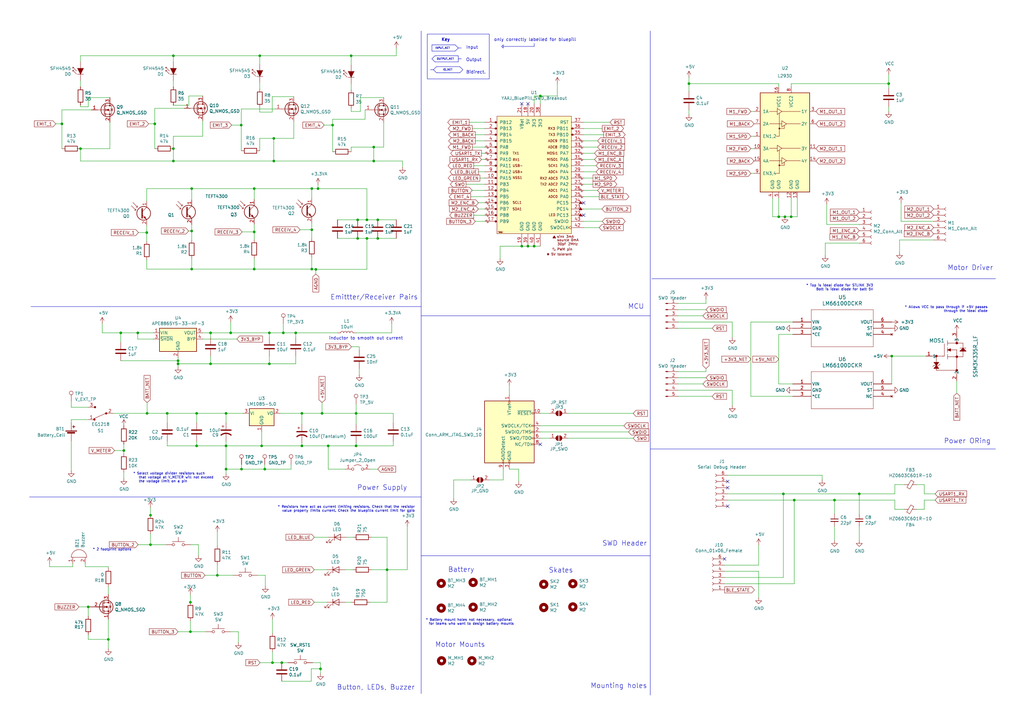
<source format=kicad_sch>
(kicad_sch (version 20231120) (generator "eeschema") (generator_version "8.0")
  (paper "A3")
  (junction (at 71.12 66.04))
  (junction (at 127.889 94.234))
  (junction (at 71.12 60.96))
  (junction (at 78.613 94.742))
  (junction (at 127.889 110.363))
  (junction (at 33.02 60.96))
  (junction (at 365.76 146.05))
  (junction (at 130.429 77.343))
  (junction (at 68.58 169.545))
  (junction (at 36.195 248.92))
  (junction (at 154.94 90.17))
  (junction (at 150.495 97.79))
  (junction (at 104.267 95.123))
  (junction (at 86.36 149.225))
  (junction (at 104.267 77.343))
  (junction (at 352.425 202.565))
  (junction (at 342.265 205.105))
  (junction (at 50.8 184.785))
  (junction (at 92.71 182.88))
  (junction (at 49.53 136.525))
  (junction (at 63.5 50.8))
  (junction (at 60.198 95.377))
  (junction (at 108.585 192.405))
  (junction (at 221.615 39.37))
  (junction (at 110.49 136.525))
  (junction (at 106.553 22.86))
  (junction (at 134.62 182.88))
  (junction (at 144.018 22.86))
  (junction (at 324.485 88.9))
  (junction (at 150.495 90.17))
  (junction (at 25.4 50.8))
  (junction (at 78.613 110.363))
  (junction (at 61.722 211.328))
  (junction (at 153.289 60.325))
  (junction (at 129.54 110.49))
  (junction (at 219.075 100.965))
  (junction (at 321.945 88.9))
  (junction (at 115.57 271.78))
  (junction (at 94.615 136.525))
  (junction (at 56.515 136.525))
  (junction (at 154.94 97.79))
  (junction (at 80.645 182.88))
  (junction (at 86.36 136.525))
  (junction (at 71.12 22.86))
  (junction (at 78.105 259.08))
  (junction (at 123.825 182.88))
  (junction (at 107.315 182.88))
  (junction (at 282.575 34.29))
  (junction (at 319.405 88.9))
  (junction (at 112.3068 66.04))
  (junction (at 216.535 100.965))
  (junction (at 146.685 97.79))
  (junction (at 158.75 233.68))
  (junction (at 321.31 202.565))
  (junction (at 136.398 51.308))
  (junction (at 89.154 235.966))
  (junction (at 44.45 262.255))
  (junction (at 78.105 247.015))
  (junction (at 78.613 77.343))
  (junction (at 364.49 34.29))
  (junction (at 146.05 169.545))
  (junction (at 112.3068 56.769))
  (junction (at 73.025 149.225))
  (junction (at 123.825 169.545))
  (junction (at 73.025 147.955))
  (junction (at 146.05 182.88))
  (junction (at 92.71 169.545))
  (junction (at 127.889 77.343))
  (junction (at 325.755 205.105))
  (junction (at 132.08 169.545))
  (junction (at 116.205 136.525))
  (junction (at 104.267 110.363))
  (junction (at 60.325 169.545))
  (junction (at 110.49 149.225))
  (junction (at 153.289 66.04))
  (junction (at 131.445 274.32))
  (junction (at 80.645 169.545))
  (junction (at 61.722 223.393))
  (junction (at 111.76 271.78))
  (junction (at 213.995 100.965))
  (junction (at 121.285 136.525))
  (junction (at 92.71 192.405))
  (junction (at 146.685 90.17))
  (junction (at 99.06 192.405))
  (junction (at 98.933 51.308))
  (no_connect (at 216.535 42.545))
  (no_connect (at 297.18 229.235))
  (no_connect (at 239.395 88.265))
  (no_connect (at 298.45 200.025))
  (no_connect (at 221.615 182.245))
  (no_connect (at 239.395 83.185))
  (no_connect (at 298.45 207.645))
  (no_connect (at 298.45 197.485))
  (no_connect (at 213.995 42.545))
  (wire (pts (xy 121.285 146.05) (xy 121.285 149.225)))
  (wire (pts (xy 108.585 190.5) (xy 108.585 192.405)))
  (wire (pts (xy 80.645 173.355) (xy 80.645 169.545)))
  (wire (pts (xy 36.83 248.92) (xy 36.195 248.92)))
  (wire (pts (xy 104.267 77.343) (xy 127.889 77.343)))
  (wire (pts (xy 161.29 180.975) (xy 161.29 182.88)))
  (polyline (pts (xy 266.7 129.54) (xy 172.72 129.54)))
  (wire (pts (xy 321.31 236.855) (xy 321.31 202.565)))
  (wire (pts (xy 108.839 235.966) (xy 108.839 240.411)))
  (polyline (pts (xy 187.96 25.4) (xy 178.435 25.4)))
  (wire (pts (xy 36.195 248.92) (xy 32.385 248.92)))
  (wire (pts (xy 379.095 208.915) (xy 379.095 205.105)))
  (wire (pts (xy 92.71 169.545) (xy 99.695 169.545)))
  (wire (pts (xy 45.085 60.96) (xy 33.02 60.96)))
  (wire (pts (xy 158.75 247.015) (xy 151.765 247.015)))
  (wire (pts (xy 144.78 233.68) (xy 141.605 233.68)))
  (wire (pts (xy 208.915 192.405) (xy 212.725 192.405)))
  (wire (pts (xy 309.245 55.88) (xy 307.975 55.88)))
  (wire (pts (xy 193.04 80.645) (xy 198.755 80.645)))
  (wire (pts (xy 298.45 202.565) (xy 321.31 202.565)))
  (wire (pts (xy 105.664 235.966) (xy 108.839 235.966)))
  (wire (pts (xy 165.1 66.04) (xy 165.1 68.58)))
  (polyline (pts (xy 266.7 12.7) (xy 266.7 285.115)))
  (wire (pts (xy 221.615 179.705) (xy 225.425 179.705)))
  (wire (pts (xy 134.62 182.88) (xy 123.825 182.88)))
  (wire (pts (xy 146.685 97.79) (xy 138.43 97.79)))
  (polyline (pts (xy 206.375 19.05) (xy 219.075 19.05)))
  (wire (pts (xy 83.185 39.37) (xy 77.47 39.37)))
  (wire (pts (xy 83.185 49.53) (xy 83.185 55.88)))
  (polyline (pts (xy 187.96 19.685) (xy 189.23 19.685)))
  (wire (pts (xy 110.49 136.525) (xy 116.205 136.525)))
  (wire (pts (xy 130.429 77.343) (xy 130.429 75.692)))
  (wire (pts (xy 104.267 95.123) (xy 104.267 98.298)))
  (wire (pts (xy 33.02 43.18) (xy 33.02 43.815)))
  (wire (pts (xy 319.405 88.9) (xy 321.945 88.9)))
  (wire (pts (xy 61.722 223.393) (xy 68.072 223.393)))
  (wire (pts (xy 198.755 75.565) (xy 191.135 75.565)))
  (wire (pts (xy 111.76 259.715) (xy 111.76 254)))
  (wire (pts (xy 60.198 77.343) (xy 60.198 82.423)))
  (wire (pts (xy 342.265 221.615) (xy 342.265 215.9)))
  (wire (pts (xy 50.8 184.785) (xy 50.8 186.055)))
  (wire (pts (xy 245.11 60.325) (xy 239.395 60.325)))
  (wire (pts (xy 319.405 157.48) (xy 325.12 157.48)))
  (wire (pts (xy 221.615 177.165) (xy 257.81 177.165)))
  (wire (pts (xy 60.198 77.343) (xy 78.613 77.343)))
  (wire (pts (xy 239.395 73.025) (xy 243.205 73.025)))
  (wire (pts (xy 127.889 77.343) (xy 130.429 77.343)))
  (wire (pts (xy 144.78 220.345) (xy 142.24 220.345)))
  (wire (pts (xy 127.889 105.41) (xy 127.889 110.363)))
  (wire (pts (xy 92.71 182.88) (xy 80.645 182.88)))
  (wire (pts (xy 29.845 231.14) (xy 29.845 232.41)))
  (wire (pts (xy 278.13 134.62) (xy 292.1 134.62)))
  (wire (pts (xy 36.195 167.005) (xy 29.21 167.005)))
  (wire (pts (xy 106.553 22.86) (xy 106.553 26.289)))
  (wire (pts (xy 298.45 205.105) (xy 325.755 205.105)))
  (wire (pts (xy 89.154 231.521) (xy 89.154 235.966)))
  (wire (pts (xy 144.018 26.67) (xy 144.018 22.86)))
  (wire (pts (xy 198.755 88.265) (xy 194.31 88.265)))
  (wire (pts (xy 239.395 90.805) (xy 247.015 90.805)))
  (wire (pts (xy 98.933 44.704) (xy 98.933 51.308)))
  (wire (pts (xy 115.57 271.78) (xy 111.76 271.78)))
  (wire (pts (xy 73.025 149.225) (xy 73.025 150.495)))
  (wire (pts (xy 36.195 43.815) (xy 33.02 43.815)))
  (wire (pts (xy 278.13 129.54) (xy 288.29 129.54)))
  (wire (pts (xy 98.933 51.308) (xy 98.933 61.849)))
  (wire (pts (xy 44.45 262.255) (xy 44.45 266.065)))
  (polyline (pts (xy 177.165 18.415) (xy 177.165 20.955)))
  (wire (pts (xy 311.15 234.315) (xy 311.15 245.11)))
  (wire (pts (xy 78.105 243.84) (xy 78.105 247.015)))
  (polyline (pts (xy 172.72 12.7) (xy 172.72 284.48)))
  (wire (pts (xy 147.32 143.51) (xy 147.32 142.24)))
  (wire (pts (xy 134.62 182.88) (xy 134.62 192.405)))
  (wire (pts (xy 147.828 45.72) (xy 144.018 45.72)))
  (wire (pts (xy 278.13 160.02) (xy 300.355 160.02)))
  (wire (pts (xy 86.36 146.05) (xy 86.36 149.225)))
  (wire (pts (xy 352.425 215.9) (xy 352.425 221.615)))
  (wire (pts (xy 29.21 172.085) (xy 29.21 173.355)))
  (wire (pts (xy 89.154 235.966) (xy 95.504 235.966)))
  (wire (pts (xy 94.996 51.308) (xy 98.933 51.308)))
  (wire (pts (xy 239.395 55.245) (xy 247.65 55.245)))
  (wire (pts (xy 239.395 85.725) (xy 246.888 85.725)))
  (wire (pts (xy 111.633 39.624) (xy 120.523 39.624)))
  (wire (pts (xy 309.245 71.12) (xy 307.975 71.12)))
  (wire (pts (xy 83.185 55.88) (xy 71.12 55.88)))
  (wire (pts (xy 244.475 67.945) (xy 239.395 67.945)))
  (wire (pts (xy 81.407 223.393) (xy 81.407 227.838)))
  (wire (pts (xy 352.425 202.565) (xy 367.03 202.565)))
  (wire (pts (xy 146.05 169.545) (xy 161.29 169.545)))
  (wire (pts (xy 167.005 233.68) (xy 167.005 215.9)))
  (wire (pts (xy 49.53 140.335) (xy 49.53 136.525)))
  (wire (pts (xy 186.055 196.85) (xy 186.055 204.47)))
  (polyline (pts (xy 172.72 203.835) (xy 12.065 203.835)))
  (wire (pts (xy 307.975 132.08) (xy 307.975 162.56)))
  (wire (pts (xy 104.267 91.948) (xy 104.267 95.123)))
  (wire (pts (xy 144.018 44.45) (xy 144.018 45.72)))
  (wire (pts (xy 367.03 198.755) (xy 370.84 198.755)))
  (wire (pts (xy 46.355 169.545) (xy 60.325 169.545)))
  (wire (pts (xy 157.353 60.325) (xy 153.289 60.325)))
  (wire (pts (xy 212.725 192.405) (xy 212.725 197.485)))
  (wire (pts (xy 104.267 77.343) (xy 104.267 81.788)))
  (wire (pts (xy 29.21 180.975) (xy 29.21 193.04)))
  (wire (pts (xy 36.195 262.255) (xy 44.45 262.255)))
  (wire (pts (xy 158.75 233.68) (xy 158.75 247.015)))
  (polyline (pts (xy 12.7 125.73) (xy 172.72 125.73)))
  (wire (pts (xy 161.29 169.545) (xy 161.29 173.355)))
  (wire (pts (xy 104.267 105.918) (xy 104.267 110.363)))
  (wire (pts (xy 86.36 149.225) (xy 73.025 149.225)))
  (wire (pts (xy 128.905 220.345) (xy 134.62 220.345)))
  (wire (pts (xy 324.485 34.29) (xy 364.49 34.29)))
  (wire (pts (xy 61.722 208.153) (xy 61.722 211.328)))
  (wire (pts (xy 20.32 232.41) (xy 20.32 231.14)))
  (wire (pts (xy 44.45 243.84) (xy 44.45 240.665)))
  (wire (pts (xy 127.889 91.44) (xy 127.889 94.234)))
  (wire (pts (xy 278.13 154.94) (xy 289.56 154.94)))
  (wire (pts (xy 325.755 205.105) (xy 342.265 205.105)))
  (wire (pts (xy 368.935 98.425) (xy 368.935 103.505)))
  (wire (pts (xy 127.635 279.4) (xy 127.635 274.32)))
  (wire (pts (xy 289.56 151.13) (xy 289.56 152.4)))
  (wire (pts (xy 327.025 88.9) (xy 324.485 88.9)))
  (wire (pts (xy 136.398 51.308) (xy 136.398 62.23)))
  (wire (pts (xy 147.828 40.005) (xy 147.828 45.72)))
  (wire (pts (xy 138.43 90.17) (xy 146.685 90.17)))
  (wire (pts (xy 111.633 45.974) (xy 111.633 39.624)))
  (wire (pts (xy 193.04 196.85) (xy 186.055 196.85)))
  (wire (pts (xy 282.575 46.99) (xy 282.575 45.085)))
  (wire (pts (xy 160.655 136.525) (xy 146.05 136.525)))
  (wire (pts (xy 154.94 97.79) (xy 150.495 97.79)))
  (wire (pts (xy 78.232 223.393) (xy 81.407 223.393)))
  (wire (pts (xy 324.485 34.29) (xy 324.485 35.56)))
  (wire (pts (xy 149.733 45.085) (xy 149.733 48.895)))
  (wire (pts (xy 325.755 239.395) (xy 325.755 205.105)))
  (wire (pts (xy 316.865 81.28) (xy 316.865 88.9)))
  (wire (pts (xy 309.245 60.96) (xy 307.975 60.96)))
  (wire (pts (xy 34.925 232.41) (xy 34.925 231.14)))
  (wire (pts (xy 382.905 90.805) (xy 369.57 90.805)))
  (wire (pts (xy 154.94 192.405) (xy 151.765 192.405)))
  (wire (pts (xy 33.02 60.96) (xy 33.02 66.04)))
  (wire (pts (xy 33.02 33.02) (xy 33.02 35.56)))
  (wire (pts (xy 154.94 90.17) (xy 162.56 90.17)))
  (wire (pts (xy 83.185 139.065) (xy 97.155 139.065)))
  (wire (pts (xy 198.755 70.485) (xy 196.215 70.485)))
  (wire (pts (xy 110.49 146.05) (xy 110.49 149.225)))
  (polyline (pts (xy 267.335 114.3) (xy 408.305 114.3)))
  (wire (pts (xy 78.613 92.075) (xy 78.613 94.742)))
  (wire (pts (xy 245.11 57.785) (xy 239.395 57.785)))
  (polyline (pts (xy 408.305 184.15) (xy 266.7 184.15)))
  (wire (pts (xy 44.45 233.045) (xy 44.45 232.41)))
  (wire (pts (xy 25.4 50.8) (xy 25.4 60.96)))
  (wire (pts (xy 127.889 110.363) (xy 129.54 110.363)))
  (wire (pts (xy 144.018 22.86) (xy 162.56 22.86)))
  (wire (pts (xy 327.025 81.28) (xy 327.025 88.9)))
  (wire (pts (xy 33.02 66.04) (xy 71.12 66.04)))
  (wire (pts (xy 78.613 77.343) (xy 104.267 77.343)))
  (wire (pts (xy 92.71 192.405) (xy 99.06 192.405)))
  (wire (pts (xy 138.43 136.525) (xy 121.285 136.525)))
  (wire (pts (xy 152.4 220.345) (xy 158.75 220.345)))
  (wire (pts (xy 127.635 274.32) (xy 131.445 274.32)))
  (wire (pts (xy 89.154 223.901) (xy 89.154 218.186)))
  (wire (pts (xy 92.71 182.88) (xy 92.71 180.975)))
  (wire (pts (xy 219.075 39.37) (xy 221.615 39.37)))
  (wire (pts (xy 99.314 95.123) (xy 104.267 95.123)))
  (wire (pts (xy 120.523 56.769) (xy 112.3068 56.769)))
  (wire (pts (xy 206.375 192.405) (xy 206.375 196.85)))
  (wire (pts (xy 307.975 162.56) (xy 325.12 162.56)))
  (wire (pts (xy 60.96 50.8) (xy 63.5 50.8)))
  (wire (pts (xy 112.3068 56.769) (xy 112.3068 66.04)))
  (wire (pts (xy 75.565 44.45) (xy 63.5 44.45)))
  (polyline (pts (xy 177.165 18.415) (xy 186.69 18.415)))
  (wire (pts (xy 216.535 100.965) (xy 213.995 100.965)))
  (wire (pts (xy 92.71 173.355) (xy 92.71 169.545)))
  (wire (pts (xy 60.325 169.545) (xy 68.58 169.545)))
  (wire (pts (xy 60.198 95.377) (xy 60.198 98.933)))
  (wire (pts (xy 56.515 139.065) (xy 62.865 139.065)))
  (wire (pts (xy 152.4 233.68) (xy 158.75 233.68)))
  (wire (pts (xy 144.145 247.015) (xy 141.605 247.015)))
  (wire (pts (xy 221.615 39.37) (xy 228.6 39.37)))
  (wire (pts (xy 29.845 232.41) (xy 20.32 232.41)))
  (wire (pts (xy 198.755 85.725) (xy 196.215 85.725)))
  (wire (pts (xy 352.425 210.82) (xy 352.425 202.565)))
  (wire (pts (xy 73.025 147.955) (xy 73.025 149.225)))
  (wire (pts (xy 112.903 44.704) (xy 98.933 44.704)))
  (wire (pts (xy 36.195 40.005) (xy 36.195 43.815)))
  (wire (pts (xy 150.495 97.79) (xy 150.495 110.49)))
  (wire (pts (xy 50.8 184.785) (xy 46.99 184.785)))
  (wire (pts (xy 22.86 50.8) (xy 25.4 50.8)))
  (wire (pts (xy 297.18 231.775) (xy 311.15 231.775)))
  (polyline (pts (xy 177.165 20.955) (xy 186.69 20.955)))
  (wire (pts (xy 71.12 66.04) (xy 112.3068 66.04)))
  (wire (pts (xy 118.11 271.78) (xy 115.57 271.78)))
  (wire (pts (xy 146.685 90.17) (xy 150.495 90.17)))
  (wire (pts (xy 60.198 106.553) (xy 60.198 110.363)))
  (polyline (pts (xy 188.595 27.305) (xy 179.07 27.305)))
  (wire (pts (xy 129.54 110.363) (xy 129.54 110.49)))
  (wire (pts (xy 379.095 198.755) (xy 375.92 198.755)))
  (wire (pts (xy 153.289 66.04) (xy 165.1 66.04)))
  (wire (pts (xy 324.485 88.9) (xy 321.945 88.9)))
  (wire (pts (xy 192.405 50.165) (xy 198.755 50.165)))
  (wire (pts (xy 278.13 152.4) (xy 289.56 152.4)))
  (wire (pts (xy 205.105 100.965) (xy 213.995 100.965)))
  (wire (pts (xy 198.755 52.705) (xy 193.675 52.705)))
  (wire (pts (xy 364.49 36.195) (xy 364.49 34.29)))
  (wire (pts (xy 71.12 55.88) (xy 71.12 60.96)))
  (wire (pts (xy 83.185 136.525) (xy 86.36 136.525)))
  (wire (pts (xy 131.445 274.32) (xy 131.445 271.78)))
  (wire (pts (xy 297.18 239.395) (xy 325.755 239.395)))
  (wire (pts (xy 86.36 149.225) (xy 110.49 149.225)))
  (wire (pts (xy 147.32 151.13) (xy 147.32 153.67)))
  (wire (pts (xy 128.905 247.015) (xy 133.985 247.015)))
  (wire (pts (xy 50.8 182.245) (xy 50.8 184.785)))
  (wire (pts (xy 193.675 78.105) (xy 198.755 78.105)))
  (wire (pts (xy 80.645 182.88) (xy 80.645 180.975)))
  (wire (pts (xy 110.49 149.225) (xy 121.285 149.225)))
  (wire (pts (xy 116.205 132.715) (xy 116.205 136.525)))
  (wire (pts (xy 78.613 77.343) (xy 78.613 81.915)))
  (wire (pts (xy 239.395 50.165) (xy 250.19 50.165)))
  (wire (pts (xy 116.205 136.525) (xy 121.285 136.525)))
  (wire (pts (xy 367.03 208.915) (xy 367.03 205.105)))
  (wire (pts (xy 80.645 169.545) (xy 92.71 169.545)))
  (wire (pts (xy 106.553 33.909) (xy 106.553 36.449)))
  (wire (pts (xy 78.105 247.015) (xy 78.105 247.142)))
  (wire (pts (xy 86.36 136.525) (xy 94.615 136.525)))
  (wire (pts (xy 365.76 146.05) (xy 379.73 146.05)))
  (wire (pts (xy 146.05 169.545) (xy 146.05 165.735)))
  (wire (pts (xy 157.353 40.005) (xy 147.828 40.005)))
  (wire (pts (xy 33.02 22.86) (xy 33.02 25.4)))
  (wire (pts (xy 324.485 81.28) (xy 324.485 88.9)))
  (wire (pts (xy 368.935 98.425) (xy 382.905 98.425)))
  (wire (pts (xy 311.15 231.775) (xy 311.15 223.52)))
  (wire (pts (xy 108.585 192.405) (xy 119.38 192.405)))
  (wire (pts (xy 36.195 260.35) (xy 36.195 262.255)))
  (wire (pts (xy 297.18 236.855) (xy 321.31 236.855)))
  (wire (pts (xy 128.27 271.78) (xy 131.445 271.78)))
  (wire (pts (xy 146.05 182.88) (xy 134.62 182.88)))
  (wire (pts (xy 298.45 194.945) (xy 337.185 194.945)))
  (wire (pts (xy 92.71 182.88) (xy 107.315 182.88)))
  (wire (pts (xy 364.49 34.29) (xy 364.49 30.48)))
  (wire (pts (xy 134.62 192.405) (xy 141.605 192.405)))
  (polyline (pts (xy 219.075 17.78) (xy 219.075 19.05)))
  (wire (pts (xy 94.615 136.525) (xy 110.49 136.525)))
  (wire (pts (xy 193.675 60.325) (xy 198.755 60.325)))
  (wire (pts (xy 307.975 45.72) (xy 309.245 45.72)))
  (wire (pts (xy 130.429 77.343) (xy 150.495 77.343)))
  (wire (pts (xy 239.395 78.105) (xy 245.11 78.105)))
  (wire (pts (xy 392.43 161.29) (xy 392.43 156.21)))
  (wire (pts (xy 146.05 181.61) (xy 146.05 182.88)))
  (wire (pts (xy 68.58 173.355) (xy 68.58 169.545)))
  (polyline (pts (xy 206.375 18.415) (xy 206.375 19.685)))
  (wire (pts (xy 36.195 172.085) (xy 29.21 172.085)))
  (wire (pts (xy 44.45 232.41) (xy 34.925 232.41)))
  (wire (pts (xy 25.4 45.085) (xy 37.465 45.085)))
  (wire (pts (xy 71.12 33.02) (xy 71.12 35.56)))
  (wire (pts (xy 132.08 169.545) (xy 132.08 165.1)))
  (wire (pts (xy 379.095 202.565) (xy 383.54 202.565)))
  (wire (pts (xy 89.154 235.966) (xy 84.074 235.966)))
  (wire (pts (xy 352.425 92.075) (xy 339.09 92.075)))
  (wire (pts (xy 300.355 132.08) (xy 300.355 138.43)))
  (wire (pts (xy 45.085 40.005) (xy 36.195 40.005)))
  (wire (pts (xy 120.523 49.784) (xy 120.523 56.769)))
  (wire (pts (xy 198.755 57.785) (xy 194.945 57.785)))
  (wire (pts (xy 233.045 179.705) (xy 259.715 179.705)))
  (wire (pts (xy 131.445 276.225) (xy 131.445 274.32)))
  (wire (pts (xy 160.655 132.715) (xy 160.655 136.525)))
  (wire (pts (xy 77.47 39.37) (xy 77.47 43.18)))
  (wire (pts (xy 78.613 94.742) (xy 78.613 98.425)))
  (wire (pts (xy 367.03 208.915) (xy 370.84 208.915)))
  (wire (pts (xy 61.722 223.393) (xy 56.642 223.393)))
  (wire (pts (xy 119.38 192.405) (xy 119.38 190.5)))
  (wire (pts (xy 161.29 182.88) (xy 146.05 182.88)))
  (wire (pts (xy 99.06 190.5) (xy 99.06 192.405)))
  (wire (pts (xy 239.395 62.865) (xy 243.84 62.865)))
  (wire (pts (xy 221.615 39.37) (xy 221.615 42.545)))
  (wire (pts (xy 115.57 279.4) (xy 127.635 279.4)))
  (wire (pts (xy 219.075 100.965) (xy 216.535 100.965)))
  (wire (pts (xy 369.57 90.805) (xy 369.57 83.185)))
  (wire (pts (xy 162.56 22.86) (xy 162.56 19.685)))
  (wire (pts (xy 150.495 90.17) (xy 154.94 90.17)))
  (polyline (pts (xy 188.595 29.845) (xy 179.07 29.845)))
  (wire (pts (xy 321.31 202.565) (xy 352.425 202.565)))
  (wire (pts (xy 219.075 42.545) (xy 219.075 39.37)))
  (wire (pts (xy 221.615 174.625) (xy 255.905 174.625)))
  (wire (pts (xy 194.945 55.245) (xy 198.755 55.245)))
  (wire (pts (xy 162.56 97.79) (xy 154.94 97.79)))
  (wire (pts (xy 56.515 136.525) (xy 49.53 136.525)))
  (wire (pts (xy 278.13 127) (xy 289.56 127)))
  (wire (pts (xy 73.025 146.685) (xy 73.025 147.955)))
  (wire (pts (xy 123.825 169.545) (xy 123.825 173.99)))
  (wire (pts (xy 45.085 50.165) (xy 45.085 60.96)))
  (wire (pts (xy 127.889 94.234) (xy 127.889 97.79)))
  (wire (pts (xy 338.455 99.695) (xy 338.455 104.775)))
  (wire (pts (xy 259.715 169.545) (xy 233.045 169.545)))
  (wire (pts (xy 111.76 271.78) (xy 106.68 271.78)))
  (wire (pts (xy 297.18 234.315) (xy 311.15 234.315)))
  (wire (pts (xy 78.105 259.08) (xy 84.455 259.08)))
  (wire (pts (xy 49.53 147.955) (xy 73.025 147.955)))
  (wire (pts (xy 68.58 180.975) (xy 68.58 182.88)))
  (wire (pts (xy 99.06 192.405) (xy 108.585 192.405)))
  (wire (pts (xy 319.405 137.16) (xy 325.12 137.16)))
  (wire (pts (xy 157.353 50.165) (xy 157.353 60.325)))
  (wire (pts (xy 194.945 90.805) (xy 198.755 90.805)))
  (wire (pts (xy 112.3068 56.769) (xy 106.553 56.769)))
  (wire (pts (xy 44.45 254) (xy 44.45 262.255)))
  (wire (pts (xy 379.095 208.915) (xy 375.92 208.915)))
  (wire (pts (xy 150.495 110.49) (xy 129.54 110.49)))
  (wire (pts (xy 94.615 259.08) (xy 97.79 259.08)))
  (wire (pts (xy 144.018 34.29) (xy 144.018 36.83)))
  (wire (pts (xy 316.865 88.9) (xy 319.405 88.9)))
  (wire (pts (xy 198.755 62.865) (xy 197.485 62.865)))
  (wire (pts (xy 123.825 182.88) (xy 107.315 182.88)))
  (wire (pts (xy 153.289 60.325) (xy 153.289 66.04)))
  (polyline (pts (xy 187.96 24.13) (xy 189.23 24.13)))
  (wire (pts (xy 56.515 136.525) (xy 56.515 139.065)))
  (wire (pts (xy 78.613 106.045) (xy 78.613 110.363)))
  (wire (pts (xy 107.315 182.88) (xy 107.315 177.165)))
  (wire (pts (xy 60.198 110.363) (xy 78.613 110.363)))
  (polyline (pts (xy 187.96 25.4) (xy 187.96 22.86)))
  (wire (pts (xy 25.4 45.085) (xy 25.4 50.8)))
  (wire (pts (xy 307.975 132.08) (xy 325.12 132.08)))
  (wire (pts (xy 104.267 110.363) (xy 127.889 110.363)))
  (wire (pts (xy 112.3068 66.04) (xy 153.289 66.04)))
  (wire (pts (xy 97.79 259.08) (xy 97.79 263.525)))
  (wire (pts (xy 282.575 34.29) (xy 282.575 31.75)))
  (wire (pts (xy 41.91 136.525) (xy 41.91 132.715)))
  (wire (pts (xy 239.395 65.405) (xy 243.84 65.405)))
  (wire (pts (xy 245.745 93.345) (xy 239.395 93.345)))
  (wire (pts (xy 146.05 169.545) (xy 146.05 173.99)))
  (wire (pts (xy 282.575 34.29) (xy 319.405 34.29)))
  (wire (pts (xy 239.395 80.645) (xy 245.745 80.645)))
  (wire (pts (xy 63.5 50.8) (xy 63.5 60.96)))
  (wire (pts (xy 71.12 22.86) (xy 106.553 22.86)))
  (wire (pts (xy 94.615 136.525) (xy 94.615 132.08)))
  (wire (pts (xy 106.553 56.769) (xy 106.553 61.849)))
  (polyline (pts (xy 187.96 22.86) (xy 178.435 22.86)))
  (wire (pts (xy 206.375 196.85) (xy 200.66 196.85)))
  (wire (pts (xy 29.21 167.005) (xy 29.21 164.465)))
  (wire (pts (xy 319.405 35.56) (xy 319.405 34.29)))
  (wire (pts (xy 339.09 92.075) (xy 339.09 83.82)))
  (wire (pts (xy 78.105 259.08) (xy 73.025 259.08)))
  (wire (pts (xy 158.75 233.68) (xy 167.005 233.68)))
  (wire (pts (xy 60.325 165.1) (xy 60.325 169.545)))
  (wire (pts (xy 111.76 267.335) (xy 111.76 271.78)))
  (wire (pts (xy 364.49 45.72) (xy 364.49 43.815)))
  (wire (pts (xy 289.56 124.46) (xy 289.56 122.555)))
  (wire (pts (xy 278.13 132.08) (xy 300.355 132.08)))
  (wire (pts (xy 208.915 161.925) (xy 208.915 158.115)))
  (wire (pts (xy 36.195 252.73) (xy 36.195 248.92)))
  (wire (pts (xy 61.722 211.328) (xy 61.722 211.455)))
  (wire (pts (xy 150.495 97.79) (xy 146.685 97.79)))
  (wire (pts (xy 278.13 157.48) (xy 288.29 157.48)))
  (wire (pts (xy 144.018 60.325) (xy 144.018 62.23)))
  (wire (pts (xy 128.905 233.68) (xy 133.985 233.68)))
  (wire (pts (xy 132.969 51.308) (xy 136.398 51.308)))
  (wire (pts (xy 68.58 169.545) (xy 80.645 169.545)))
  (wire (pts (xy 219.075 100.965) (xy 221.615 100.965)))
  (wire (pts (xy 239.395 75.565) (xy 243.205 75.565)))
  (wire (pts (xy 225.425 169.545) (xy 221.615 169.545)))
  (wire (pts (xy 80.645 182.88) (xy 68.58 182.88)))
  (wire (pts (xy 198.755 67.945) (xy 194.31 67.945)))
  (wire (pts (xy 278.13 124.46) (xy 289.56 124.46)))
  (wire (pts (xy 123.825 169.545) (xy 132.08 169.545)))
  (wire (pts (xy 63.5 44.45) (xy 63.5 50.8)))
  (wire (pts (xy 342.265 205.105) (xy 367.03 205.105)))
  (wire (pts (xy 338.455 99.695) (xy 352.425 99.695)))
  (wire (pts (xy 106.553 44.069) (xy 106.553 45.974)))
  (wire (pts (xy 205.105 100.965) (xy 205.105 106.045)))
  (wire (pts (xy 150.495 77.343) (xy 150.495 90.17)))
  (wire (pts (xy 71.12 22.86) (xy 33.02 22.86)))
  (wire (pts (xy 78.613 110.363) (xy 104.267 110.363)))
  (wire (pts (xy 71.12 22.86) (xy 71.12 25.4)))
  (wire (pts (xy 121.285 138.43) (xy 121.285 136.525)))
  (wire (pts (xy 71.12 60.96) (xy 71.12 66.04)))
  (wire (pts (xy 123.825 181.61) (xy 123.825 182.88)))
  (wire (pts (xy 365.76 146.05) (xy 365.76 157.48)))
  (wire (pts (xy 228.6 39.37) (xy 228.6 34.29)))
  (wire (pts (xy 50.8 193.675) (xy 50.8 196.215)))
  (wire (pts (xy 78.105 254.635) (xy 78.105 259.08)))
  (wire (pts (xy 77.343 94.742) (xy 78.613 94.742)))
  (wire (pts (xy 136.398 48.895) (xy 136.398 51.308)))
  (wire (pts (xy 244.475 70.485) (xy 239.395 70.485)))
  (wire (pts (xy 278.13 162.56) (xy 292.1 162.56)))
  (wire (pts (xy 114.935 169.545) (xy 123.825 169.545)))
  (wire (pts (xy 106.553 22.86) (xy 144.018 22.86)))
  (wire (pts (xy 62.865 136.525) (xy 56.515 136.525)))
  (wire (pts (xy 49.53 136.525) (xy 41.91 136.525)))
  (wire (pts (xy 92.71 182.88) (xy 92.71 192.405)))
  (wire (pts (xy 158.75 220.345) (xy 158.75 233.68)))
  (wire (pts (xy 282.575 37.465) (xy 282.575 34.29)))
  (polyline (pts (xy 176.53 28.575) (xy 177.8 28.575)))
  (wire (pts (xy 110.49 138.43) (xy 110.49 136.525)))
  (wire (pts (xy 86.36 138.43) (xy 86.36 136.525)))
  (wire (pts (xy 123.063 94.234) (xy 127.889 94.234)))
  (wire (pts (xy 319.405 81.28) (xy 319.405 88.9)))
  (wire (pts (xy 153.289 60.325) (xy 144.018 60.325)))
  (wire (pts (xy 198.755 83.185) (xy 196.215 83.185)))
  (wire (pts (xy 319.405 137.16) (xy 319.405 157.48)))
  (wire (pts (xy 106.553 45.974) (xy 111.633 45.974)))
  (wire (pts (xy 337.185 194.945) (xy 337.185 196.85)))
  (wire (pts (xy 61.722 218.948) (xy 61.722 223.393)))
  (wire (pts (xy 127.889 77.343) (xy 127.889 81.28)))
  (wire (pts (xy 129.54 110.49) (xy 129.54 112.395)))
  (wire (pts (xy 379.095 205.105) (xy 383.54 205.105)))
  (wire (pts (xy 198.755 65.405) (xy 197.485 65.405)))
  (wire (pts (xy 60.198 92.583) (xy 60.198 95.377)))
  (wire (pts (xy 77.47 43.18) (xy 71.12 43.18)))
  (polyline (pts (xy 266.7 227.965) (xy 172.72 227.965)))
  (wire (pts (xy 342.265 210.82) (xy 342.265 205.105)))
  (wire (pts (xy 92.71 192.405) (xy 92.71 194.31)))
  (wire (pts (xy 367.03 198.755) (xy 367.03 202.565)))
  (wire (pts (xy 132.08 169.545) (xy 146.05 169.545)))
  (wire (pts (xy 365.125 146.05) (xy 365.76 146.05)))
  (wire (pts (xy 239.395 52.705) (xy 247.015 52.705)))
  (wire (pts (xy 300.355 160.02) (xy 300.355 166.37)))
  (wire (pts (xy 196.85 73.025) (xy 198.755 73.025)))
  (wire (pts (xy 56.769 95.377) (xy 60.198 95.377)))
  (wire (pts (xy 149.733 48.895) (xy 136.398 48.895)))
  (wire (pts (xy 379.095 198.755) (xy 379.095 202.565)))
  (wire (pts (xy 147.32 142.24) (xy 144.145 142.24)))
  (arc (start 188.56 27.345) (mid 189.2055 27.9695) (end 189.83 28.615))
  (arc (start 177.165 24.13) (mid 177.7837 23.4787) (end 178.435 22.86))
  (arc (start 186.69 18.415) (mid 187.3356 19.0394) (end 187.96 19.685))
  (arc (start 206.375 18.415) (mid 206.0642 18.7392) (end 205.74 19.05))
  (arc (start 178.435 25.4) (mid 177.7806 24.7844) (end 177.165 24.13))
  (arc (start 177.8 28.575) (mid 178.4187 27.9237) (end 179.07 27.305))
  (arc (start 206.375 19.685) (mid 206.0519 19.3731) (end 205.74 19.05))
  (rectangle (start 175.26 13.97) (end 200.66 32.385))
  (arc (start 179.07 29.845) (mid 178.4156 29.2294) (end 177.8 28.575))
  (arc (start 189.83 28.615) (mid 189.2076 29.2626) (end 188.56 29.885))
  (arc (start 187.96 19.685) (mid 187.3375 20.3325) (end 186.69 20.955))
  (text "Mounting holes" (at 265.43 282.575 0) (effects (font (size 2.0066 2.0066)) (justify right bottom)))
  (text "Output\n" (at 191.135 25.4 0) (effects (font (size 1.27 1.27)) (justify left bottom)))
  (text "IO_NET" (at 181.61 29.21 0) (effects (font (size 0.762 0.762)) (justify left bottom)))
  (text "Power ORing\n\n" (at 406.4 185.42 0) (effects (font (size 2.0066 2.0066)) (justify right bottom)))
  (text "Battery" (at 194.564 234.95 0) (effects (font (size 2.0066 2.0066)) (justify right bottom)))
  (text "Input" (at 191.135 20.32 0) (effects (font (size 1.27 1.27)) (justify left bottom)))
  (text "inductor to smooth out current" (at 134.874 139.573 0) (effects (font (size 1.27 1.27)) (justify left bottom)))
  (text "* 2 footprint options" (at 53.975 226.06 0) (effects (font (size 0.9906 0.9906)) (justify right bottom)))
  (text "* Battery mount holes not necessary, optional \nfor teams who want to design battery mounts" (at 210.82 256.54 0) (effects (font (size 0.9906 0.9906)) (justify right bottom)))
  (text "* Top is ideal diode for STLINK 3V3\nBott is ideal diode for batt 5V" (at 358.14 119.38 0) (effects (font (size 0.9906 0.9906)) (justify right bottom)))
  (text "Motor Driver" (at 388.62 111.125 0) (effects (font (size 2.0066 2.0066)) (justify left bottom)))
  (text "* Allows VCC to pass through if +5V passes\nthrough the ideal diode" (at 405.13 128.27 0) (effects (font (size 0.9906 0.9906)) (justify right bottom)))
  (text "Emittter/Receiver Pairs" (at 171.45 123.19 0) (effects (font (size 2.0066 2.0066)) (justify right bottom)))
  (text "* Resistors here act as current limiting resistors. Check that the resistor\n  value properly limits current. Check the bluepills current limit for gpio" (at 170.18 210.185 0) (effects (font (size 0.9906 0.9906)) (justify right bottom)))
  (text "Bidirect." (at 191.135 30.48 0) (effects (font (size 1.27 1.27)) (justify left bottom)))
  (text "MCU" (at 264.16 127 0) (effects (font (size 2.0066 2.0066)) (justify right bottom)))
  (text "OUTPUT_NET" (at 179.07 24.765 0) (effects (font (size 0.762 0.762)) (justify left bottom)))
  (text "SWD Header" (at 247.015 224.155 0) (effects (font (size 2.0066 2.0066)) (justify left bottom)))
  (text "only correctly labelled for bluepill" (at 202.565 17.145 0) (effects (font (size 1.27 1.27)) (justify left bottom)))
  (text "* Select voltage divider resistors such\n   that voltage at V_METER will not exceed\n   the voltage limit on a pin" (at 54.61 198.12 0) (effects (font (size 0.9906 0.9906)) (justify left bottom)))
  (text "Motor Mounts" (at 199.009 265.684 0) (effects (font (size 2.0066 2.0066)) (justify right bottom)))
  (text "Button, LEDs, Buzzer" (at 170.18 283.21 0) (effects (font (size 2.0066 2.0066)) (justify right bottom)))
  (text "Skates" (at 235.077 235.204 0) (effects (font (size 2.0066 2.0066)) (justify right bottom)))
  (text "Power Supply" (at 167.005 201.295 0) (effects (font (size 2.0066 2.0066)) (justify right bottom)))
  (text "Key" (at 180.975 17.145 0) (effects (font (size 1.27 1.27) (thickness 0.254) (bold yes)) (justify left bottom)))
  (text "INPUT_NET" (at 178.435 20.32 0) (effects (font (size 0.762 0.762)) (justify left bottom)))
  (global_label "+5V_NET" (shape input) (at 132.08 165.1 90) (property "Intersheetrefs" "${INTERSHEET_REFS}" (effects (hide yes))))
  (global_label "3V3_BYP" (shape input) (at 97.155 139.065 0) (property "Intersheetrefs" "${INTERSHEET_REFS}" (effects (hide yes))))
  (global_label "RECEIV_2" (shape input) (at 77.343 94.742 180) (property "Intersheetrefs" "${INTERSHEET_REFS}" (effects (hide yes))))
  (global_label "RST" (shape input) (at 292.1 134.62 0) (property "Intersheetrefs" "${INTERSHEET_REFS}" (effects (hide yes))))
  (global_label "BUTTON_2" (shape input) (at 246.888 85.725 0) (property "Intersheetrefs" "${INTERSHEET_REFS}" (effects (hide yes))))
  (global_label "V_METER" (shape input) (at 245.11 78.105 0) (property "Intersheetrefs" "${INTERSHEET_REFS}" (effects (hide yes))))
  (global_label "BLE_STATE" (shape output) (at 297.18 241.935 0) (property "Intersheetrefs" "${INTERSHEET_REFS}" (effects (hide yes))))
  (global_label "+3V3_NET" (shape input) (at 307.975 147.32 180) (property "Intersheetrefs" "${INTERSHEET_REFS}" (effects (hide yes))))
  (global_label "M2_ENC_A" (shape input) (at 196.215 85.725 180) (property "Intersheetrefs" "${INTERSHEET_REFS}" (effects (hide yes))))
  (global_label "SWO" (shape output) (at 191.135 75.565 180) (property "Intersheetrefs" "${INTERSHEET_REFS}" (effects (hide yes))))
  (global_label "M2_SPD" (shape output) (at 243.205 75.565 0) (property "Intersheetrefs" "${INTERSHEET_REFS}" (effects (hide yes))))
  (global_label "RST" (shape input) (at 250.19 50.165 0) (property "Intersheetrefs" "${INTERSHEET_REFS}" (effects (hide yes))))
  (global_label "AGND" (shape input) (at 129.54 112.395 270) (property "Intersheetrefs" "${INTERSHEET_REFS}" (effects (hide yes))))
  (global_label "M2_OUT_1" (shape input) (at 334.645 60.96 0) (property "Intersheetrefs" "${INTERSHEET_REFS}" (effects (hide yes))))
  (global_label "EMIT_3" (shape input) (at 94.996 51.308 180) (property "Intersheetrefs" "${INTERSHEET_REFS}" (effects (hide yes))))
  (global_label "M1_ENC_B" (shape input) (at 352.425 97.155 180) (property "Intersheetrefs" "${INTERSHEET_REFS}" (effects (hide yes))))
  (global_label "M2_BACK" (shape output) (at 194.945 57.785 180) (property "Intersheetrefs" "${INTERSHEET_REFS}" (effects (hide yes))))
  (global_label "USART1_RX" (shape input) (at 383.54 202.565 0) (property "Intersheetrefs" "${INTERSHEET_REFS}" (effects (hide yes))))
  (global_label "EMIT_2" (shape output) (at 247.015 52.705 0) (property "Intersheetrefs" "${INTERSHEET_REFS}" (effects (hide yes))))
  (global_label "LED_RED" (shape output) (at 194.31 67.945 180) (property "Intersheetrefs" "${INTERSHEET_REFS}" (effects (hide yes))))
  (global_label "M1_OUT_1" (shape input) (at 334.645 45.72 0) (property "Intersheetrefs" "${INTERSHEET_REFS}" (effects (hide yes))))
  (global_label "M2_BACK" (shape input) (at 309.245 66.04 180) (property "Intersheetrefs" "${INTERSHEET_REFS}" (effects (hide yes))))
  (global_label "M2_SPD" (shape input) (at 307.975 71.12 180) (property "Intersheetrefs" "${INTERSHEET_REFS}" (effects (hide yes))))
  (global_label "EMIT_1" (shape input) (at 22.86 50.8 180) (property "Intersheetrefs" "${INTERSHEET_REFS}" (effects (hide yes))))
  (global_label "SWDCLK" (shape input) (at 288.29 157.48 0) (property "Intersheetrefs" "${INTERSHEET_REFS}" (effects (hide yes))))
  (global_label "BATT_NET" (shape input) (at 60.325 165.1 90) (property "Intersheetrefs" "${INTERSHEET_REFS}" (effects (hide yes))))
  (global_label "M1_BACK" (shape input) (at 309.245 50.8 180) (property "Intersheetrefs" "${INTERSHEET_REFS}" (effects (hide yes))))
  (global_label "M2_ENC_A" (shape input) (at 382.905 93.345 180) (property "Intersheetrefs" "${INTERSHEET_REFS}" (effects (hide yes))))
  (global_label "BUTTON_3" (shape input) (at 73.025 259.08 180) (property "Intersheetrefs" "${INTERSHEET_REFS}" (effects (hide yes))))
  (global_label "RECEIV_4" (shape input) (at 123.063 94.234 180) (property "Intersheetrefs" "${INTERSHEET_REFS}" (effects (hide yes))))
  (global_label "RST" (shape input) (at 259.715 169.545 0) (property "Intersheetrefs" "${INTERSHEET_REFS}" (effects (hide yes))))
  (global_label "M1_ENC_B" (shape input) (at 243.84 62.865 0) (property "Intersheetrefs" "${INTERSHEET_REFS}" (effects (hide yes))))
  (global_label "+5V_NET" (shape input) (at 319.405 147.32 180) (property "Intersheetrefs" "${INTERSHEET_REFS}" (effects (hide yes))))
  (global_label "M1_OUT_2" (shape input) (at 352.425 89.535 180) (property "Intersheetrefs" "${INTERSHEET_REFS}" (effects (hide yes))))
  (global_label "USART1_RX" (shape input) (at 197.485 65.405 180) (property "Intersheetrefs" "${INTERSHEET_REFS}" (effects (hide yes))))
  (global_label "M2_ENC_B" (shape input) (at 382.905 95.885 180) (property "Intersheetrefs" "${INTERSHEET_REFS}" (effects (hide yes))))
  (global_label "BUTTON" (shape input) (at 193.675 78.105 180) (property "Intersheetrefs" "${INTERSHEET_REFS}" (effects (hide yes))))
  (global_label "M1_OUT_1" (shape input) (at 352.425 86.995 180) (property "Intersheetrefs" "${INTERSHEET_REFS}" (effects (hide yes))))
  (global_label "RST" (shape input) (at 292.1 162.56 0) (property "Intersheetrefs" "${INTERSHEET_REFS}" (effects (hide yes))))
  (global_label "M1_FWD" (shape output) (at 193.675 60.325 180) (property "Intersheetrefs" "${INTERSHEET_REFS}" (effects (hide yes))))
  (global_label "USART1_TX" (shape output) (at 197.485 62.865 180) (property "Intersheetrefs" "${INTERSHEET_REFS}" (effects (hide yes))))
  (global_label "RECEIV_3" (shape input) (at 244.475 67.945 0) (property "Intersheetrefs" "${INTERSHEET_REFS}" (effects (hide yes))))
  (global_label "+3V3_NET" (shape input) (at 289.56 151.13 90) (property "Intersheetrefs" "${INTERSHEET_REFS}" (effects (hide yes))))
  (global_label "M1_SPD" (shape output) (at 243.205 73.025 0) (property "Intersheetrefs" "${INTERSHEET_REFS}" (effects (hide yes))))
  (global_label "BUTTON_3" (shape input) (at 194.945 90.805 180) (property "Intersheetrefs" "${INTERSHEET_REFS}" (effects (hide yes))))
  (global_label "M2_OUT_1" (shape input) (at 382.905 85.725 180) (property "Intersheetrefs" "${INTERSHEET_REFS}" (effects (hide yes))))
  (global_label "EMIT_1" (shape output) (at 192.405 50.165 180) (property "Intersheetrefs" "${INTERSHEET_REFS}" (effects (hide yes))))
  (global_label "M2_OUT_2" (shape input) (at 334.645 66.04 0) (property "Intersheetrefs" "${INTERSHEET_REFS}" (effects (hide yes))))
  (global_label "LED_GREEN" (shape input) (at 128.905 233.68 180) (property "Intersheetrefs" "${INTERSHEET_REFS}" (effects (hide yes))))
  (global_label "USART1_TX" (shape input) (at 383.54 205.105 0) (property "Intersheetrefs" "${INTERSHEET_REFS}" (effects (hide yes))))
  (global_label "EMIT_3" (shape output) (at 247.65 55.245 0) (property "Intersheetrefs" "${INTERSHEET_REFS}" (effects (hide yes))))
  (global_label "BUZZER" (shape input) (at 32.385 248.92 180) (property "Intersheetrefs" "${INTERSHEET_REFS}" (effects (hide yes))))
  (global_label "EMIT_4" (shape input) (at 132.969 51.308 180) (property "Intersheetrefs" "${INTERSHEET_REFS}" (effects (hide yes))))
  (global_label "RECEIV_4" (shape input) (at 244.475 70.485 0) (property "Intersheetrefs" "${INTERSHEET_REFS}" (effects (hide yes))))
  (global_label "M1_BACK" (shape output) (at 194.945 55.245 180) (property "Intersheetrefs" "${INTERSHEET_REFS}" (effects (hide yes))))
  (global_label "EMIT_2" (shape input) (at 60.96 50.8 180) (property "Intersheetrefs" "${INTERSHEET_REFS}" (effects (hide yes))))
  (global_label "M1_OUT_2" (shape input) (at 334.645 50.8 0) (property "Intersheetrefs" "${INTERSHEET_REFS}" (effects (hide yes))))
  (global_label "RECEIV_1" (shape input) (at 245.11 57.785 0) (property "Intersheetrefs" "${INTERSHEET_REFS}" (effects (hide yes))))
  (global_label "SWDIO" (shape input) (at 257.81 177.165 0) (property "Intersheetrefs" "${INTERSHEET_REFS}" (effects (hide yes))))
  (global_label "SWDIO" (shape input) (at 289.56 127 0) (property "Intersheetrefs" "${INTERSHEET_REFS}" (effects (hide yes))))
  (global_label "M1_ENC_A" (shape input) (at 352.425 94.615 180) (property "Intersheetrefs" "${INTERSHEET_REFS}" (effects (hide yes))))
  (global_label "BUTTON" (shape input) (at 84.074 235.966 180) (property "Intersheetrefs" "${INTERSHEET_REFS}" (effects (hide yes))))
  (global_label "SWDCLK" (shape input) (at 288.29 129.54 0) (property "Intersheetrefs" "${INTERSHEET_REFS}" (effects (hide yes))))
  (global_label "LED_BLUE" (shape input) (at 128.905 220.345 180) (property "Intersheetrefs" "${INTERSHEET_REFS}" (effects (hide yes))))
  (global_label "SWDCLK" (shape input) (at 245.745 93.345 0) (property "Intersheetrefs" "${INTERSHEET_REFS}" (effects (hide yes))))
  (global_label "M1_FWD" (shape input) (at 307.975 45.72 180) (property "Intersheetrefs" "${INTERSHEET_REFS}" (effects (hide yes))))
  (global_label "V_METER" (shape input) (at 46.99 184.785 180) (property "Intersheetrefs" "${INTERSHEET_REFS}" (effects (hide yes))))
  (global_label "BUZZER" (shape output) (at 194.31 88.265 180) (property "Intersheetrefs" "${INTERSHEET_REFS}" (effects (hide yes))))
  (global_label "LED_GREEN" (shape output) (at 196.85 73.025 180) (property "Intersheetrefs" "${INTERSHEET_REFS}" (effects (hide yes))))
  (global_label "M2_ENC_B" (shape input) (at 196.215 83.185 180) (property "Intersheetrefs" "${INTERSHEET_REFS}" (effects (hide yes))))
  (global_label "M2_FWD" (shape input) (at 307.975 60.96 180) (property "Intersheetrefs" "${INTERSHEET_REFS}" (effects (hide yes))))
  (global_label "BUTTON_2" (shape input) (at 56.642 223.393 180) (property "Intersheetrefs" "${INTERSHEET_REFS}" (effects (hide yes))))
  (global_label "M2_OUT_2" (shape input) (at 382.905 88.265 180) (property "Intersheetrefs" "${INTERSHEET_REFS}" (effects (hide yes))))
  (global_label "LED_BLUE" (shape output) (at 196.215 70.485 180) (property "Intersheetrefs" "${INTERSHEET_REFS}" (effects (hide yes))))
  (global_label "LED_RED" (shape input) (at 128.905 247.015 180) (property "Intersheetrefs" "${INTERSHEET_REFS}" (effects (hide yes))))
  (global_label "BATT_NET" (shape input) (at 392.43 161.29 270) (property "Intersheetrefs" "${INTERSHEET_REFS}" (effects (hide yes))))
  (global_label "SWDIO" (shape bidirectional) (at 247.015 90.805 0) (property "Intersheetrefs" "${INTERSHEET_REFS}" (effects (hide yes))))
  (global_label "RECEIV_2" (shape input) (at 245.11 60.325 0) (property "Intersheetrefs" "${INTERSHEET_REFS}" (effects (hide yes))))
  (global_label "RST" (shape input) (at 106.68 271.78 180) (property "Intersheetrefs" "${INTERSHEET_REFS}" (effects (hide yes))))
  (global_label "RECEIV_3" (shape input) (at 99.314 95.123 180) (property "Intersheetrefs" "${INTERSHEET_REFS}" (effects (hide yes))))
  (global_label "BLE_STATE" (shape output) (at 245.745 80.645 0) (property "Intersheetrefs" "${INTERSHEET_REFS}" (effects (hide yes))))
  (global_label "EMIT_4" (shape output) (at 193.04 80.645 180) (property "Intersheetrefs" "${INTERSHEET_REFS}" (effects (hide yes))))
  (global_label "M1_ENC_A" (shape input) (at 243.84 65.405 0) (property "Intersheetrefs" "${INTERSHEET_REFS}" (effects (hide yes))))
  (global_label "3V3_BYP" (shape input) (at 144.145 142.24 180) (property "Intersheetrefs" "${INTERSHEET_REFS}" (effects (hide yes))))
  (global_label "AGND" (shape input) (at 154.94 192.405 0) (property "Intersheetrefs" "${INTERSHEET_REFS}" (effects (hide yes))))
  (global_label "M1_SPD" (shape input) (at 307.975 55.88 180) (property "Intersheetrefs" "${INTERSHEET_REFS}" (effects (hide yes))))
  (global_label "RECEIV_1" (shape input) (at 56.769 95.377 180) (property "Intersheetrefs" "${INTERSHEET_REFS}" (effects (hide yes))))
  (global_label "SWDCLK" (shape input) (at 255.905 174.625 0) (property "Intersheetrefs" "${INTERSHEET_REFS}" (effects (hide yes))))
  (global_label "M2_FWD" (shape output) (at 193.675 52.705 180) (property "Intersheetrefs" "${INTERSHEET_REFS}" (effects (hide yes))))
  (global_label "SWDIO" (shape input) (at 289.56 154.94 0) (property "Intersheetrefs" "${INTERSHEET_REFS}" (effects (hide yes))))
  (global_label "SWO" (shape input) (at 259.715 179.705 0) (property "Intersheetrefs" "${INTERSHEET_REFS}" (effects (hide yes))))
  (symbol (lib_id "bloo-rescue:R-Device-mouse_v2-rescue") (at 106.553 40.259 0) (unit 1)
    (property "Reference" "R8" (at 108.331 39.0906 0) (effects (justify left)))
    (property "Value" "35" (at 108.331 41.402 0) (effects (justify left)))
    (property "Footprint" "Resistor_SMD:R_1206_3216Metric_Pad1.30x1.75mm_HandSolder" (effects (hide yes)))
  )
  (symbol (lib_id "bloo-rescue:IRL81A-LED-mouse_v2-rescue") (at 106.553 28.829 90) (unit 1)
    (property "Reference" "D3" (at 102.6922 31.2674 90) (effects (justify left)))
    (property "Value" "SFH4545" (at 102.6922 28.956 90) (effects (justify left)))
    (property "Footprint" "MM_Library:Emitter" (effects (hide yes)))
    (property "Datasheet" "http://www.osram-os.com/Graphics/XPic0/00203825_0.pdf" (effects (hide yes)))
  )
  (symbol (lib_id "bloo-rescue:Q_Photo_NPN-Device-mouse_v2-rescue") (at 57.658 87.503 0) (unit 1)
    (property "Reference" "Q0" (at 53.1622 88.6714 0) (effects (justify right)))
    (property "Value" "TEFT4300" (at 53.1622 86.36 0) (effects (justify right)))
    (property "Footprint" "MM_Library:Emitter" (effects (hide yes)))
  )
  (symbol (lib_id "bloo-rescue:Q_Photo_NPN-Device-mouse_v2-rescue") (at 76.073 86.995 0) (unit 1)
    (property "Reference" "Q1" (at 71.5772 88.1634 0) (effects (justify right)))
    (property "Value" "TEFT4300" (at 93.472 80.518 0) (effects (justify right)))
    (property "Footprint" "MM_Library:Emitter" (effects (hide yes)))
  )
  (symbol (lib_id "bloo-rescue:Q_Photo_NPN-Device-mouse_v2-rescue") (at 125.349 86.36 0) (unit 1)
    (property "Reference" "Q2" (at 120.8532 87.5284 0) (effects (justify right)))
    (property "Value" "TEFT4300" (at 120.8532 85.217 0) (effects (justify right)))
    (property "Footprint" "MM_Library:Emitter" (effects (hide yes)))
  )
  (symbol (lib_id "bloo-rescue:Q_Photo_NPN-Device-mouse_v2-rescue") (at 101.727 86.868 0) (unit 1)
    (property "Reference" "Q3" (at 97.2312 88.0364 0) (effects (justify right)))
    (property "Value" "TEFT4300" (at 98.298 85.09 0) (effects (justify right)))
    (property "Footprint" "MM_Library:Emitter" (effects (hide yes)))
  )
  (symbol (lib_id "bloo-rescue:R-Device-mouse_v2-rescue") (at 60.198 102.743 180) (unit 1)
    (property "Reference" "R1" (at 58.42 103.9114 0) (effects (justify left)))
    (property "Value" "1.8k" (at 58.42 101.6 0) (effects (justify left)))
    (property "Footprint" "Resistor_SMD:R_1206_3216Metric_Pad1.30x1.75mm_HandSolder" (effects (hide yes)))
  )
  (symbol (lib_id "bloo-rescue:R-Device-mouse_v2-rescue") (at 78.613 102.235 180) (unit 1)
    (property "Reference" "R2" (at 76.835 103.4034 0) (effects (justify left)))
    (property "Value" "1.8k" (at 76.835 101.092 0) (effects (justify left)))
    (property "Footprint" "Resistor_SMD:R_1206_3216Metric_Pad1.30x1.75mm_HandSolder" (effects (hide yes)))
  )
  (symbol (lib_id "bloo-rescue:R-Device-mouse_v2-rescue") (at 127.889 101.6 180) (unit 1)
    (property "Reference" "R3" (at 126.111 102.7684 0) (effects (justify left)))
    (property "Value" "1.8k" (at 126.111 100.457 0) (effects (justify left)))
    (property "Footprint" "Resistor_SMD:R_1206_3216Metric_Pad1.30x1.75mm_HandSolder" (effects (hide yes)))
  )
  (symbol (lib_id "bloo-rescue:R-Device-mouse_v2-rescue") (at 104.267 102.108 180) (unit 1)
    (property "Reference" "R4" (at 102.489 103.2764 0) (effects (justify left)))
    (property "Value" "1.8k" (at 102.489 100.965 0) (effects (justify left)))
    (property "Footprint" "Resistor_SMD:R_1206_3216Metric_Pad1.30x1.75mm_HandSolder" (effects (hide yes)))
  )
  (symbol (lib_id "bloo-rescue:R-Device-mouse_v2-rescue") (at 102.743 61.849 270) (unit 1)
    (property "Reference" "R16" (at 102.743 56.5912 90))
    (property "Value" "47k" (at 102.743 58.9026 90))
    (property "Footprint" "Resistor_SMD:R_1206_3216Metric_Pad1.30x1.75mm_HandSolder" (effects (hide yes)))
  )
  (symbol (lib_id "bloo-rescue:R-Device-mouse_v2-rescue") (at 144.018 40.64 0) (unit 1)
    (property "Reference" "R7" (at 145.796 39.4716 0) (effects (justify left)))
    (property "Value" "35" (at 145.796 41.783 0) (effects (justify left)))
    (property "Footprint" "Resistor_SMD:R_1206_3216Metric_Pad1.30x1.75mm_HandSolder" (effects (hide yes)))
  )
  (symbol (lib_id "bloo-rescue:IRL81A-LED-mouse_v2-rescue") (at 144.018 29.21 90) (unit 1)
    (property "Reference" "D2" (at 140.1572 31.6484 90) (effects (justify left)))
    (property "Value" "SFH4545" (at 140.1572 29.337 90) (effects (justify left)))
    (property "Footprint" "MM_Library:Emitter" (effects (hide yes)))
    (property "Datasheet" "http://www.osram-os.com/Graphics/XPic0/00203825_0.pdf" (effects (hide yes)))
  )
  (symbol (lib_id "bloo-rescue:R-Device-mouse_v2-rescue") (at 140.208 62.23 270) (unit 1)
    (property "Reference" "R15" (at 140.208 56.9722 90))
    (property "Value" "47k" (at 140.208 59.2836 90))
    (property "Footprint" "Resistor_SMD:R_1206_3216Metric_Pad1.30x1.75mm_HandSolder" (effects (hide yes)))
  )
  (symbol (lib_id "bloo-rescue:R-Device-mouse_v2-rescue") (at 33.02 39.37 0) (unit 1)
    (property "Reference" "R5" (at 34.798 38.2016 0) (effects (justify left)))
    (property "Value" "35" (at 34.798 40.513 0) (effects (justify left)))
    (property "Footprint" "Resistor_SMD:R_1206_3216Metric_Pad1.30x1.75mm_HandSolder" (effects (hide yes)))
  )
  (symbol (lib_id "bloo-rescue:IRL81A-LED-mouse_v2-rescue") (at 33.02 27.94 90) (unit 1)
    (property "Reference" "D0" (at 29.1592 30.3784 90) (effects (justify left)))
    (property "Value" "SFH4545" (at 29.1592 28.067 90) (effects (justify left)))
    (property "Footprint" "MM_Library:Emitter" (effects (hide yes)))
    (property "Datasheet" "http://www.osram-os.com/Graphics/XPic0/00203825_0.pdf" (effects (hide yes)))
  )
  (symbol (lib_id "bloo-rescue:R-Device-mouse_v2-rescue") (at 29.21 60.96 270) (unit 1)
    (property "Reference" "R13" (at 29.21 55.7022 90))
    (property "Value" "47k" (at 29.21 58.0136 90))
    (property "Footprint" "Resistor_SMD:R_1206_3216Metric_Pad1.30x1.75mm_HandSolder" (effects (hide yes)))
  )
  (symbol (lib_id "bloo-rescue:R-Device-mouse_v2-rescue") (at 71.12 39.37 0) (unit 1)
    (property "Reference" "R6" (at 72.898 38.2016 0) (effects (justify left)))
    (property "Value" "35" (at 72.898 40.513 0) (effects (justify left)))
    (property "Footprint" "Resistor_SMD:R_1206_3216Metric_Pad1.30x1.75mm_HandSolder" (effects (hide yes)))
  )
  (symbol (lib_id "bloo-rescue:IRL81A-LED-mouse_v2-rescue") (at 71.12 27.94 90) (unit 1)
    (property "Reference" "D1" (at 67.2592 30.3784 90) (effects (justify left)))
    (property "Value" "SFH4545" (at 67.2592 28.067 90) (effects (justify left)))
    (property "Footprint" "MM_Library:Emitter" (effects (hide yes)))
    (property "Datasheet" "http://www.osram-os.com/Graphics/XPic0/00203825_0.pdf" (effects (hide yes)))
  )
  (symbol (lib_id "bloo-rescue:R-Device-mouse_v2-rescue") (at 67.31 60.96 270) (unit 1)
    (property "Reference" "R14" (at 67.31 55.7022 90))
    (property "Value" "47k" (at 67.31 58.0136 90))
    (property "Footprint" "Resistor_SMD:R_1206_3216Metric_Pad1.30x1.75mm_HandSolder" (effects (hide yes)))
  )
  (symbol (lib_id "bloo-rescue:LM1084-5.0-Regulator_Linear-mouse_v2-rescue") (at 107.315 169.545 0) (unit 1)
    (property "Reference" "U3" (at 107.315 163.3982 0))
    (property "Value" "LM1085-5.0" (at 107.315 165.7096 0))
    (property "Footprint" "MM_Library:5V Voltage Reg" (effects (hide yes)))
    (property "Datasheet" "http://www.ti.com/lit/ds/symlink/lm1084.pdf" (effects (hide yes)))
  )
  (symbol (lib_id "bloo-rescue:MountingHole-Mechanical-mouse_v2-rescue") (at 223.012 249.174 0) (unit 1)
    (property "Reference" "SK1" (at 225.552 248.0056 0) (effects (justify left)))
    (property "Value" "M2" (at 225.552 250.317 0) (effects (justify left)))
    (property "Footprint" "MountingHole:MountingHole_2.2mm_M2" (effects (hide yes)))
  )
  (symbol (lib_id "bloo-rescue:MountingHole-Mechanical-mouse_v2-rescue") (at 194.056 249.047 0) (unit 1)
    (property "Reference" "BT_MH2" (at 196.596 247.8786 0) (effects (justify left)))
    (property "Value" "M2" (at 196.596 250.19 0) (effects (justify left)))
    (property "Footprint" "MountingHole:MountingHole_2.2mm_M2" (effects (hide yes)))
  )
  (symbol (lib_id "bloo-rescue:MountingHole-Mechanical-mouse_v2-rescue") (at 194.056 238.887 0) (unit 1)
    (property "Reference" "BT_MH1" (at 196.596 237.7186 0) (effects (justify left)))
    (property "Value" "M2" (at 196.596 240.03 0) (effects (justify left)))
    (property "Footprint" "MountingHole:MountingHole_2.2mm_M2" (effects (hide yes)))
  )
  (symbol (lib_id "bloo-rescue:MountingHole-Mechanical-mouse_v2-rescue") (at 223.012 239.649 0) (unit 1)
    (property "Reference" "SK2" (at 225.552 238.4806 0) (effects (justify left)))
    (property "Value" "M2" (at 225.552 240.792 0) (effects (justify left)))
    (property "Footprint" "MountingHole:MountingHole_2.2mm_M2" (effects (hide yes)))
  )
  (symbol (lib_id "bloo-rescue:CP1-Device-mouse_v2-rescue") (at 92.71 177.165 0) (unit 1)
    (property "Reference" "C9" (at 86.995 178.435 0) (effects (justify left)))
    (property "Value" "10uF" (at 85.725 176.53 0) (effects (justify left)))
    (property "Footprint" "Capacitor_SMD:C_1206_3216Metric_Pad1.33x1.80mm_HandSolder" (effects (hide yes)))
  )
  (symbol (lib_id "bloo-rescue:EG1218-dk_Slide-Switches-mouse-rescue") (at 41.275 169.545 180) (unit 1)
    (property "Reference" "S1" (at 41.275 176.6316 0))
    (property "Value" "EG1218" (at 41.275 173.99 0))
    (property "Footprint" "MM_Library:MM Switch" (effects (hide yes)))
    (property "Datasheet" "http://spec_sheets.e-switch.com/specs/P040040.pdf" (effects (hide yes)))
    (property "Description" "SWITCH SLIDE SPDT 200MA 30V" (effects (hide yes)))
    (property "Digi-Key_PN" "EG1903-ND" (effects (hide yes)))
    (property "MPN" "EG1218" (effects (hide yes)))
    (property "Category" "Switches" (effects (hide yes)))
    (property "Family" "Slide Switches" (effects (hide yes)))
    (property "DK_Datasheet_Link" "http://spec_sheets.e-switch.com/specs/P040040.pdf" (effects (hide yes)))
    (property "DK_Detail_Page" "/product-detail/en/e-switch/EG1218/EG1903-ND/101726" (effects (hide yes)))
    (property "Manufacturer" "E-Switch" (effects (hide yes)))
    (property "Status" "Active" (effects (hide yes)))
  )
  (symbol (lib_id "bloo-rescue:Battery_Cell-Device-mouse_v2-rescue") (at 29.21 178.435 0) (unit 1)
    (property "Reference" "BT1" (at 22.86 175.895 0) (effects (justify left)))
    (property "Value" "Battery_Cell" (at 15.24 178.435 0) (effects (justify left)))
    (property "Footprint" "Connector_PinSocket_2.54mm:PinSocket_1x02_P2.54mm_Vertical" (effects (hide yes)))
  )
  (symbol (lib_id "bloo-rescue:CP1-Device-mouse_v2-rescue") (at 123.825 177.8 0) (unit 1)
    (property "Reference" "C10" (at 126.746 176.6316 0) (effects (justify left)))
    (property "Value" "10uF(Tantalum)" (at 126.746 178.943 0) (effects (justify left)))
    (property "Footprint" "Capacitor_SMD:C_1206_3216Metric_Pad1.33x1.80mm_HandSolder" (effects (hide yes)))
  )
  (symbol (lib_id "bloo-rescue:Buzzer-Device-mouse_v2-rescue") (at 32.385 228.6 90) (unit 1)
    (property "Reference" "BZ1" (at 31.6484 224.7138 0) (effects (justify left)))
    (property "Value" "Buzzer" (at 33.9598 224.7138 0) (effects (justify left)))
    (property "Footprint" "Buzzer_Beeper:MagneticBuzzer_PUI_AT-0927-TT-6-R" (effects (hide yes)))
  )
  (symbol (lib_id "bloo-rescue:LED-Device-mouse_v2-rescue") (at 137.795 247.015 0) (unit 1)
    (property "Reference" "D4" (at 137.5664 241.5286 0))
    (property "Value" "LED" (at 137.5664 243.84 0))
    (property "Footprint" "LED_SMD:LED_0805_2012Metric_Pad1.15x1.40mm_HandSolder" (effects (hide yes)))
  )
  (symbol (lib_id "bloo-rescue:R-Device-mouse_v2-rescue") (at 147.955 247.015 90) (unit 1)
    (property "Reference" "R19" (at 146.7866 245.237 0) (effects (justify left)))
    (property "Value" "750" (at 149.098 245.237 0) (effects (justify left)))
    (property "Footprint" "Resistor_SMD:R_1206_3216Metric_Pad1.30x1.75mm_HandSolder" (effects (hide yes)))
  )
  (symbol (lib_id "bloo-rescue:LED-Device-mouse_v2-rescue") (at 137.795 233.68 0) (unit 1)
    (property "Reference" "D5" (at 137.5664 228.1936 0))
    (property "Value" "LED" (at 137.5664 230.505 0))
    (property "Footprint" "LED_SMD:LED_0805_2012Metric_Pad1.15x1.40mm_HandSolder" (effects (hide yes)))
  )
  (symbol (lib_id "bloo-rescue:R-Device-mouse_v2-rescue") (at 148.59 233.68 90) (unit 1)
    (property "Reference" "R20" (at 147.4216 231.902 0) (effects (justify left)))
    (property "Value" "75" (at 149.733 231.902 0) (effects (justify left)))
    (property "Footprint" "Resistor_SMD:R_1206_3216Metric_Pad1.30x1.75mm_HandSolder" (effects (hide yes)))
  )
  (symbol (lib_id "bloo-rescue:LED-Device-mouse_v2-rescue") (at 138.43 220.345 0) (unit 1)
    (property "Reference" "D6" (at 138.2014 214.8586 0))
    (property "Value" "LED" (at 138.2014 217.17 0))
    (property "Footprint" "LED_SMD:LED_0805_2012Metric_Pad1.15x1.40mm_HandSolder" (effects (hide yes)))
  )
  (symbol (lib_id "bloo-rescue:R-Device-mouse_v2-rescue") (at 148.59 220.345 90) (unit 1)
    (property "Reference" "R21" (at 147.4216 218.567 0) (effects (justify left)))
    (property "Value" "75" (at 149.733 218.567 0) (effects (justify left)))
    (property "Footprint" "Resistor_SMD:R_1206_3216Metric_Pad1.30x1.75mm_HandSolder" (effects (hide yes)))
  )
  (symbol (lib_id "Connector:Conn_01x06_Female") (at 293.37 202.565 180) (unit 1)
    (property "Reference" "J1" (at 296.1132 189.23 0))
    (property "Value" "Serial Debug Header" (at 296.1132 191.5414 0))
    (property "Footprint" "Connector_PinHeader_2.54mm:PinHeader_1x06_P2.54mm_Vertical" (effects (hide yes)))
  )
  (symbol (lib_id "Device:R") (at 50.8 178.435 0) (unit 1)
    (property "Reference" "R22" (at 52.578 177.2666 0) (effects (justify left)))
    (property "Value" "20K" (at 52.578 179.578 0) (effects (justify left)))
    (property "Footprint" "Resistor_SMD:R_1206_3216Metric_Pad1.30x1.75mm_HandSolder" (effects (hide yes)))
  )
  (symbol (lib_id "Device:R") (at 50.8 189.865 0) (unit 1)
    (property "Reference" "R23" (at 52.578 188.6966 0) (effects (justify left)))
    (property "Value" "10K" (at 52.578 191.008 0) (effects (justify left)))
    (property "Footprint" "Resistor_SMD:R_1206_3216Metric_Pad1.30x1.75mm_HandSolder" (effects (hide yes)))
  )
  (symbol (lib_id "bloo-rescue:R-Device-mouse_v2-rescue") (at 36.195 256.54 180) (unit 1)
    (property "Reference" "R17" (at 32.385 257.175 0))
    (property "Value" "47k" (at 32.385 255.27 0))
    (property "Footprint" "Resistor_SMD:R_1206_3216Metric_Pad1.30x1.75mm_HandSolder" (effects (hide yes)))
  )
  (symbol (lib_id "Device:R") (at 44.45 236.855 180) (unit 1)
    (property "Reference" "R18" (at 42.672 238.0234 0) (effects (justify left)))
    (property "Value" "0" (at 42.672 235.712 0) (effects (justify left)))
    (property "Footprint" "Resistor_SMD:R_1206_3216Metric_Pad1.30x1.75mm_HandSolder" (effects (hide yes)))
  )
  (symbol (lib_id "power:GND") (at 205.105 106.045 0) (unit 1)
    (property "Reference" "#PWR0102" (effects (hide yes)))
    (property "Value" "GND" (at 205.232 110.4392 0))
  )
  (symbol (lib_id "Device:FerriteBead_Small") (at 373.38 198.755 270) (unit 1)
    (property "Reference" "FB3" (at 373.38 192.7352 90))
    (property "Value" "HZ0603C601R-10" (at 373.38 195.0466 90))
    (property "Footprint" "Resistor_SMD:R_0603_1608Metric_Pad0.98x0.95mm_HandSolder" (effects (hide yes)))
  )
  (symbol (lib_id "Device:FerriteBead_Small") (at 373.38 208.915 90) (unit 1)
    (property "Reference" "FB4" (at 373.38 215.265 90))
    (property "Value" "HZ0603C601R-10" (at 373.38 212.725 90))
    (property "Footprint" "Resistor_SMD:R_0603_1608Metric_Pad0.98x0.95mm_HandSolder" (effects (hide yes)))
  )
  (symbol (lib_id "Device:C_Small") (at 342.265 213.36 0) (unit 1)
    (property "Reference" "C6" (at 344.6018 212.1916 0) (effects (justify left)))
    (property "Value" "22pF" (at 344.6018 214.503 0) (effects (justify left)))
    (property "Footprint" "Capacitor_SMD:C_0603_1608Metric_Pad1.08x0.95mm_HandSolder" (effects (hide yes)))
  )
  (symbol (lib_id "Device:C_Small") (at 352.425 213.36 0) (unit 1)
    (property "Reference" "C8" (at 354.7618 212.1916 0) (effects (justify left)))
    (property "Value" "22pF" (at 354.7618 214.503 0) (effects (justify left)))
    (property "Footprint" "Capacitor_SMD:C_0603_1608Metric_Pad1.08x0.95mm_HandSolder" (effects (hide yes)))
  )
  (symbol (lib_id "power:GND") (at 165.1 68.58 0) (unit 1)
    (property "Reference" "#PWR0105" (effects (hide yes)))
    (property "Value" "GND" (at 165.227 72.9742 0))
  )
  (symbol (lib_id "power:+5V") (at 162.56 19.685 0) (unit 1)
    (property "Reference" "#PWR0106" (effects (hide yes)))
    (property "Value" "+5V" (at 162.941 15.2908 0))
  )
  (symbol (lib_id "Device:C") (at 161.29 177.165 0) (unit 1)
    (property "Reference" "C13" (at 164.211 175.9966 0) (effects (justify left)))
    (property "Value" "0.1uF" (at 164.211 178.308 0) (effects (justify left)))
    (property "Footprint" "Capacitor_SMD:C_1206_3216Metric_Pad1.33x1.80mm_HandSolder" (effects (hide yes)))
  )
  (symbol (lib_id "Device:C") (at 49.53 144.145 0) (unit 1)
    (property "Reference" "C17" (at 52.451 142.9766 0) (effects (justify left)))
    (property "Value" "1uF" (at 52.451 145.288 0) (effects (justify left)))
    (property "Footprint" "Capacitor_SMD:C_1206_3216Metric_Pad1.33x1.80mm_HandSolder" (effects (hide yes)))
  )
  (symbol (lib_id "Device:L") (at 142.24 136.525 90) (unit 1)
    (property "Reference" "L1" (at 142.24 131.699 90))
    (property "Value" "10uH" (at 142.24 134.0104 90))
    (property "Footprint" "Inductor_SMD:L_1206_3216Metric_Pad1.42x1.75mm_HandSolder" (effects (hide yes)))
  )
  (symbol (lib_id "power:+3.3VA") (at 160.655 132.715 0) (unit 1)
    (property "Reference" "#PWR0103" (effects (hide yes)))
    (property "Value" "+3.3VA" (at 161.036 128.3208 0))
  )
  (symbol (lib_id "Device:C") (at 86.36 142.24 0) (unit 1)
    (property "Reference" "C18" (at 89.281 141.0716 0) (effects (justify left)))
    (property "Value" "1uF" (at 89.281 143.383 0) (effects (justify left)))
    (property "Footprint" "Capacitor_SMD:C_1206_3216Metric_Pad1.33x1.80mm_HandSolder" (effects (hide yes)))
  )
  (symbol (lib_id "power:+3.3VA") (at 130.429 75.692 0) (unit 1)
    (property "Reference" "#PWR0108" (effects (hide yes)))
    (property "Value" "+3.3VA" (at 130.81 71.2978 0))
  )
  (symbol (lib_id "Regulator_Linear:APE8865Y5-33-HF-3") (at 73.025 139.065 0) (unit 1)
    (property "Reference" "U4" (at 73.025 130.3782 0))
    (property "Value" "APE8865Y5-33-HF-3" (at 73.025 132.6896 0))
    (property "Footprint" "Package_TO_SOT_SMD:SOT-23-5" (effects (hide yes)))
    (property "Datasheet" "http://www.tme.eu/fr/Document/ced3461ed31ea70a3c416fb648e0cde7/APE8865-3.pdf" (effects (hide yes)))
  )
  (symbol (lib_id "power:+5V") (at 41.91 132.715 0) (unit 1)
    (property "Reference" "#PWR0104" (effects (hide yes)))
    (property "Value" "+5V" (at 42.291 128.3208 0))
  )
  (symbol (lib_id "power:+3V3") (at 289.56 122.555 0) (unit 1)
    (property "Reference" "#PWR0149" (effects (hide yes)))
    (property "Value" "+3V3" (at 289.941 118.1608 0))
  )
  (symbol (lib_id "power:+3V3") (at 208.915 158.115 0) (unit 1)
    (property "Reference" "#PWR0150" (effects (hide yes)))
    (property "Value" "+3V3" (at 209.296 153.7208 0))
  )
  (symbol (lib_id "power:GND") (at 352.425 221.615 0) (unit 1)
    (property "Reference" "#PWR0131" (effects (hide yes)))
    (property "Value" "GND" (at 352.552 226.0092 0))
  )
  (symbol (lib_id "power:GND") (at 342.265 221.615 0) (unit 1)
    (property "Reference" "#PWR0132" (effects (hide yes)))
    (property "Value" "GND" (at 342.392 226.0092 0))
  )
  (symbol (lib_id "Device:C") (at 138.43 93.98 0) (unit 1)
    (property "Reference" "C14" (at 141.351 92.8116 0) (effects (justify left)))
    (property "Value" "1uF" (at 141.351 95.123 0) (effects (justify left)))
    (property "Footprint" "Capacitor_SMD:C_1206_3216Metric_Pad1.33x1.80mm_HandSolder" (effects (hide yes)))
  )
  (symbol (lib_id "Device:C") (at 80.645 177.165 180) (unit 1)
    (property "Reference" "C1" (at 77.724 178.3334 0) (effects (justify left)))
    (property "Value" "0.1uF" (at 77.724 176.022 0) (effects (justify left)))
    (property "Footprint" "Capacitor_SMD:C_1206_3216Metric_Pad1.33x1.80mm_HandSolder" (effects (hide yes)))
  )
  (symbol (lib_id "Device:C") (at 146.685 93.98 0) (unit 1)
    (property "Reference" "C15" (at 149.606 92.8116 0) (effects (justify left)))
    (property "Value" "1uF" (at 149.606 95.123 0) (effects (justify left)))
    (property "Footprint" "Capacitor_SMD:C_1206_3216Metric_Pad1.33x1.80mm_HandSolder" (effects (hide yes)))
  )
  (symbol (lib_id "Device:C") (at 154.94 93.98 0) (unit 1)
    (property "Reference" "C20" (at 157.861 92.8116 0) (effects (justify left)))
    (property "Value" "1uF" (at 157.861 95.123 0) (effects (justify left)))
    (property "Footprint" "Capacitor_SMD:C_1206_3216Metric_Pad1.33x1.80mm_HandSolder" (effects (hide yes)))
  )
  (symbol (lib_id "Device:C") (at 162.56 93.98 0) (unit 1)
    (property "Reference" "C21" (at 165.481 92.8116 0) (effects (justify left)))
    (property "Value" "1uF" (at 165.481 95.123 0) (effects (justify left)))
    (property "Footprint" "Capacitor_SMD:C_1206_3216Metric_Pad1.33x1.80mm_HandSolder" (effects (hide yes)))
  )
  (symbol (lib_id "power:+3V3") (at 94.615 132.08 0) (unit 1)
    (property "Reference" "#PWR0127" (effects (hide yes)))
    (property "Value" "+3V3" (at 94.996 127.6858 0))
  )
  (symbol (lib_id "power:GND") (at 73.025 150.495 0) (unit 1)
    (property "Reference" "#PWR0138" (effects (hide yes)))
    (property "Value" "GND" (at 73.152 154.8892 0))
  )
  (symbol (lib_id "Device:C") (at 68.58 177.165 0) (unit 1)
    (property "Reference" "C2" (at 62.23 177.165 0) (effects (justify left)))
    (property "Value" "100uF" (at 60.96 179.705 0) (effects (justify left)))
    (property "Footprint" "Capacitor_THT:CP_Radial_D6.3mm_P2.50mm" (effects (hide yes)))
  )
  (symbol (lib_id "Device:C") (at 110.49 142.24 0) (unit 1)
    (property "Reference" "C11" (at 113.411 141.0716 0) (effects (justify left)))
    (property "Value" "10uF" (at 113.411 143.383 0) (effects (justify left)))
    (property "Footprint" "Capacitor_SMD:C_1206_3216Metric_Pad1.33x1.80mm_HandSolder" (effects (hide yes)))
  )
  (symbol (lib_id "Device:C") (at 121.285 142.24 0) (unit 1)
    (property "Reference" "C12" (at 124.206 141.0716 0) (effects (justify left)))
    (property "Value" "0.1uF" (at 124.206 143.383 0) (effects (justify left)))
    (property "Footprint" "Capacitor_SMD:C_1206_3216Metric_Pad1.33x1.80mm_HandSolder" (effects (hide yes)))
  )
  (symbol (lib_id "power:+5V") (at 20.32 231.14 0) (unit 1)
    (property "Reference" "#PWR0109" (effects (hide yes)))
    (property "Value" "+5V" (at 20.701 226.7458 0))
  )
  (symbol (lib_id "power:GND") (at 44.45 266.065 0) (unit 1)
    (property "Reference" "#PWR0110" (effects (hide yes)))
    (property "Value" "GND" (at 44.577 270.4592 0))
  )
  (symbol (lib_id "Device:C") (at 146.05 177.8 0) (unit 1)
    (property "Reference" "C16" (at 148.971 176.6316 0) (effects (justify left)))
    (property "Value" "100uF" (at 148.971 178.943 0) (effects (justify left)))
    (property "Footprint" "Capacitor_THT:CP_Radial_D6.3mm_P2.50mm" (effects (hide yes)))
  )
  (symbol (lib_id "power:+3V3") (at 228.6 34.29 0) (unit 1)
    (property "Reference" "#PWR0122" (effects (hide yes)))
    (property "Value" "+3V3" (at 228.981 29.8958 0))
  )
  (symbol (lib_id "Device:C") (at 147.32 147.32 0) (unit 1)
    (property "Reference" "C25" (at 150.241 146.1516 0) (effects (justify left)))
    (property "Value" "10nF" (at 150.241 148.463 0) (effects (justify left)))
    (property "Footprint" "Capacitor_SMD:C_1206_3216Metric_Pad1.33x1.80mm_HandSolder" (effects (hide yes)))
  )
  (symbol (lib_id "Device:R") (at 89.154 227.711 0) (unit 1)
    (property "Reference" "R11" (at 90.932 226.5426 0) (effects (justify left)))
    (property "Value" "47K" (at 90.932 228.854 0) (effects (justify left)))
    (property "Footprint" "Resistor_SMD:R_1206_3216Metric_Pad1.30x1.75mm_HandSolder" (effects (hide yes)))
  )
  (symbol (lib_id "Connector:TestPoint") (at 146.05 165.735 0) (unit 1)
    (property "Reference" "TP3" (at 147.5232 162.7378 0) (effects (justify left)))
    (property "Value" "TP_5V" (at 147.5232 165.0492 0) (effects (justify left)))
    (property "Footprint" "Connector_PinHeader_2.54mm:PinHeader_1x01_P2.54mm_Vertical" (effects (hide yes)))
  )
  (symbol (lib_id "Connector:TestPoint") (at 116.205 132.715 0) (unit 1)
    (property "Reference" "TP4" (at 117.6782 129.7178 0) (effects (justify left)))
    (property "Value" "TP_3V3" (at 117.6782 132.0292 0) (effects (justify left)))
    (property "Footprint" "Connector_PinHeader_2.54mm:PinHeader_1x01_P2.54mm_Vertical" (effects (hide yes)))
  )
  (symbol (lib_id "power:GND") (at 147.32 153.67 0) (unit 1)
    (property "Reference" "#PWR0151" (effects (hide yes)))
    (property "Value" "GND" (at 147.447 158.0642 0))
  )
  (symbol (lib_id "power:+3V3") (at 89.154 218.186 0) (unit 1)
    (property "Reference" "#PWR0135" (effects (hide yes)))
    (property "Value" "+3V3" (at 89.535 213.7918 0))
  )
  (symbol (lib_id "power:GND") (at 92.71 194.31 0) (unit 1)
    (property "Reference" "#PWR0112" (effects (hide yes)))
    (property "Value" "GND" (at 92.837 198.7042 0))
  )
  (symbol (lib_id "power:GND") (at 108.839 240.411 0) (unit 1)
    (property "Reference" "#PWR0136" (effects (hide yes)))
    (property "Value" "GND" (at 108.966 244.8052 0))
  )
  (symbol (lib_id "Jumper:Jumper_2_Open") (at 146.685 192.405 0) (unit 1)
    (property "Reference" "JP4" (at 146.685 186.436 0))
    (property "Value" "Jumper_2_Open" (at 146.685 188.7474 0))
    (property "Footprint" "Jumper:SolderJumper-2_P1.3mm_Bridged_Pad1.0x1.5mm" (effects (hide yes)))
  )
  (symbol (lib_id "Device:Q_NMOS_GSD") (at 117.983 44.704 0) (unit 1)
    (property "Reference" "Q12" (at 123.1646 43.5356 0) (effects (justify left)))
    (property "Value" "Q_NMOS_GSD" (at 123.1646 45.847 0) (effects (justify left)))
    (property "Footprint" "Package_TO_SOT_SMD:SOT-23" (effects (hide yes)))
  )
  (symbol (lib_id "Device:Q_NMOS_GSD") (at 154.813 45.085 0) (unit 1)
    (property "Reference" "Q11" (at 159.9946 43.9166 0) (effects (justify left)))
    (property "Value" "Q_NMOS_GSD" (at 159.9946 46.228 0) (effects (justify left)))
    (property "Footprint" "Package_TO_SOT_SMD:SOT-23" (effects (hide yes)))
  )
  (symbol (lib_id "Device:Q_NMOS_GSD") (at 80.645 44.45 0) (unit 1)
    (property "Reference" "Q10" (at 85.8266 43.2816 0) (effects (justify left)))
    (property "Value" "Q_NMOS_GSD" (at 85.8266 45.593 0) (effects (justify left)))
    (property "Footprint" "Package_TO_SOT_SMD:SOT-23" (effects (hide yes)))
  )
  (symbol (lib_id "Device:Q_NMOS_GSD") (at 42.545 45.085 0) (unit 1)
    (property "Reference" "Q9" (at 47.7266 43.9166 0) (effects (justify left)))
    (property "Value" "Q_NMOS_GSD" (at 47.7266 46.228 0) (effects (justify left)))
    (property "Footprint" "Package_TO_SOT_SMD:SOT-23" (effects (hide yes)))
  )
  (symbol (lib_id "Connector:TestPoint") (at 29.21 164.465 0) (unit 1)
    (property "Reference" "TP1" (at 30.6832 161.4678 0) (effects (justify left)))
    (property "Value" "V_EXT_TP" (at 30.6832 163.7792 0) (effects (justify left)))
    (property "Footprint" "Connector_PinHeader_2.54mm:PinHeader_1x01_P2.54mm_Vertical" (effects (hide yes)))
  )
  (symbol (lib_id "Connector:TestPoint") (at 99.06 190.5 0) (unit 1)
    (property "Reference" "TP2" (at 100.5332 187.5028 0) (effects (justify left)))
    (property "Value" "GND_TP" (at 100.5332 189.8142 0) (effects (justify left)))
    (property "Footprint" "Connector_PinHeader_2.54mm:PinHeader_1x01_P2.54mm_Vertical" (effects (hide yes)))
  )
  (symbol (lib_id "power:GND") (at 29.21 193.04 0) (unit 1)
    (property "Reference" "#PWR0113" (effects (hide yes)))
    (property "Value" "GND" (at 29.337 197.4342 0))
  )
  (symbol (lib_id "Connector:Conn_01x05_Male") (at 273.05 129.54 0) (unit 1)
    (property "Reference" "J5" (at 275.7932 119.8626 0))
    (property "Value" "SWD Header" (at 275.7932 122.174 0))
    (property "Footprint" "Connector_PinHeader_2.54mm:PinHeader_1x05_P2.54mm_Vertical" (effects (hide yes)))
  )
  (symbol (lib_id "power:GND") (at 300.355 138.43 0) (unit 1)
    (property "Reference" "#PWR0137" (effects (hide yes)))
    (property "Value" "GND" (at 300.482 142.8242 0))
  )
  (symbol (lib_id "power:GND") (at 50.8 196.215 0) (unit 1)
    (property "Reference" "#PWR0114" (effects (hide yes)))
    (property "Value" "GND" (at 50.927 200.6092 0))
  )
  (symbol (lib_id "Jumper:SolderJumper_2_Open") (at 229.235 169.545 180) (unit 1)
    (property "Reference" "JP3" (at 229.235 167.005 0))
    (property "Value" "JP_RST" (at 229.235 165.1 0))
    (property "Footprint" "Jumper:SolderJumper-2_P1.3mm_Open_Pad1.0x1.5mm" (effects (hide yes)))
  )
  (symbol (lib_id "Jumper:SolderJumper_2_Open") (at 196.85 196.85 0) (unit 1)
    (property "Reference" "JP2" (at 196.85 199.39 0))
    (property "Value" "JP_GND" (at 196.85 201.295 0))
    (property "Footprint" "Jumper:SolderJumper-2_P1.3mm_Open_Pad1.0x1.5mm" (effects (hide yes)))
  )
  (symbol (lib_id "power:GND") (at 186.055 204.47 0) (unit 1)
    (property "Reference" "#PWR0139" (effects (hide yes)))
    (property "Value" "GND" (at 186.182 208.8642 0))
  )
  (symbol (lib_id "power:+3V3") (at 167.005 215.9 0) (unit 1)
    (property "Reference" "#PWR0115" (effects (hide yes)))
    (property "Value" "+3V3" (at 167.386 211.5058 0))
  )
  (symbol (lib_id "Device:Q_NMOS_SGD") (at 41.91 248.92 0) (unit 1)
    (property "Reference" "Q8" (at 47.0916 247.7516 0) (effects (justify left)))
    (property "Value" "Q_NMOS_SGD" (at 47.0916 250.063 0) (effects (justify left)))
    (property "Footprint" "Package_TO_SOT_SMD:SOT-23" (effects (hide yes)))
  )
  (symbol (lib_id "Switch:SW_Push") (at 123.19 271.78 0) (unit 1)
    (property "Reference" "SW_RST1" (at 123.19 264.541 0))
    (property "Value" "SW" (at 123.19 266.8524 0))
    (property "Footprint" "Button_Switch_SMD:SW_SPST_REED_CT05-XXXX-G1" (effects (hide yes)))
  )
  (symbol (lib_id "Device:R") (at 111.76 263.525 0) (unit 1)
    (property "Reference" "R12" (at 113.538 262.3566 0) (effects (justify left)))
    (property "Value" "47K" (at 113.538 264.668 0) (effects (justify left)))
    (property "Footprint" "Resistor_SMD:R_1206_3216Metric_Pad1.30x1.75mm_HandSolder" (effects (hide yes)))
  )
  (symbol (lib_id "power:+3V3") (at 111.76 254 0) (unit 1)
    (property "Reference" "#PWR0143" (effects (hide yes)))
    (property "Value" "+3V3" (at 112.141 249.6058 0))
  )
  (symbol (lib_id "power:GND") (at 131.445 276.225 0) (unit 1)
    (property "Reference" "#PWR0144" (effects (hide yes)))
    (property "Value" "GND" (at 131.572 280.6192 0))
  )
  (symbol (lib_id "Device:C") (at 115.57 275.59 0) (unit 1)
    (property "Reference" "C19" (at 118.491 274.4216 0) (effects (justify left)))
    (property "Value" "0.1uF" (at 118.491 276.733 0) (effects (justify left)))
    (property "Footprint" "Capacitor_SMD:C_1206_3216Metric_Pad1.33x1.80mm_HandSolder" (effects (hide yes)))
  )
  (symbol (lib_id "power:GND") (at 337.185 196.85 0) (unit 1)
    (property "Reference" "#PWR0116" (effects (hide yes)))
    (property "Value" "GND" (at 337.312 201.2442 0))
  )
  (symbol (lib_id "Connector:Conn_ARM_JTAG_SWD_10") (at 208.915 177.165 0) (unit 1)
    (property "Reference" "J4" (at 197.6628 175.9966 0) (effects (justify right)))
    (property "Value" "Conn_ARM_JTAG_SWD_10" (at 197.6628 178.308 0) (effects (justify right)))
    (property "Footprint" "Connector_PinHeader_1.27mm:PinHeader_2x05_P1.27mm_Vertical" (effects (hide yes)))
    (property "Datasheet" "http://infocenter.arm.com/help/topic/com.arm.doc.ddi0314h/DDI0314H_coresight_components_trm.pdf" (effects (hide yes)))
  )
  (symbol (lib_id "Switch:SW_Push") (at 100.584 235.966 0) (unit 1)
    (property "Reference" "SW1" (at 100.584 228.727 0))
    (property "Value" "SW" (at 100.584 231.0384 0))
    (property "Footprint" "Button_Switch_SMD:SW_SPST_REED_CT05-XXXX-G1" (effects (hide yes)))
  )
  (symbol (lib_id "power:GND") (at 212.725 197.485 0) (unit 1)
    (property "Reference" "#PWR0128" (effects (hide yes)))
    (property "Value" "GND" (at 212.852 201.8792 0))
  )
  (symbol (lib_id "Jumper:SolderJumper_2_Open") (at 229.235 179.705 0) (unit 1)
    (property "Reference" "JP1" (at 229.235 182.245 0))
    (property "Value" "JP_SWO" (at 229.235 184.15 0))
    (property "Footprint" "Jumper:SolderJumper-2_P1.3mm_Open_Pad1.0x1.5mm" (effects (hide yes)))
  )
  (symbol (lib_id "YAAJ_BluePill_SWD_Breakout:YAAJ_BluePill_SWD_Breakout") (at 219.075 70.485 0) (unit 1)
    (property "Reference" "U1" (at 219.075 37.9476 0))
    (property "Value" "YAAJ_BluePill_SWD_Breakout" (at 219.075 40.259 0))
    (property "Footprint" "MM_Library:STM32F103" (effects (hide yes)))
  )
  (symbol (lib_id "Connector:TestPoint") (at 108.585 190.5 0) (unit 1)
    (property "Reference" "TP5" (at 110.0582 187.5028 0) (effects (justify left)))
    (property "Value" "GND_TP" (at 110.0582 189.8142 0) (effects (justify left)))
    (property "Footprint" "Connector_PinHeader_2.54mm:PinHeader_1x01_P2.54mm_Vertical" (effects (hide yes)))
  )
  (symbol (lib_id "Connector:TestPoint") (at 119.38 190.5 0) (unit 1)
    (property "Reference" "TP6" (at 120.8532 187.5028 0) (effects (justify left)))
    (property "Value" "GND_TP" (at 120.8532 189.8142 0) (effects (justify left)))
    (property "Footprint" "Connector_PinHeader_2.54mm:PinHeader_1x01_P2.54mm_Vertical" (effects (hide yes)))
  )
  (symbol (lib_id "Connector:Conn_01x06_Female") (at 292.1 236.855 180) (unit 1)
    (property "Reference" "J10" (at 294.8432 223.52 0))
    (property "Value" "Conn_01x06_Female" (at 294.8432 225.8314 0))
    (property "Footprint" "Connector_PinSocket_2.54mm:PinSocket_1x06_P2.54mm_Vertical" (effects (hide yes)))
  )
  (symbol (lib_id "power:GND") (at 311.15 245.11 0) (unit 1)
    (property "Reference" "#PWR0118" (effects (hide yes)))
    (property "Value" "GND" (at 311.277 249.5042 0))
  )
  (symbol (lib_id "power:+5V") (at 311.15 223.52 0) (unit 1)
    (property "Reference" "#PWR0117" (effects (hide yes)))
    (property "Value" "+5V" (at 311.531 219.1258 0))
  )
  (symbol (lib_id "power:GND") (at 97.79 263.525 0) (unit 1)
    (property "Reference" "#PWR012" (effects (hide yes)))
    (property "Value" "GND" (at 97.917 267.9192 0))
  )
  (symbol (lib_id "bloo-rescue:MountingHole-Mechanical-mouse_v2-rescue") (at 234.95 239.395 0) (unit 1)
    (property "Reference" "SK3" (at 237.49 238.2266 0) (effects (justify left)))
    (property "Value" "M2" (at 237.49 240.538 0) (effects (justify left)))
    (property "Footprint" "MountingHole:MountingHole_2.2mm_M2" (effects (hide yes)))
  )
  (symbol (lib_id "bloo-rescue:MountingHole-Mechanical-mouse_v2-rescue") (at 180.975 249.428 0) (unit 1)
    (property "Reference" "BT_MH4" (at 183.515 248.2596 0) (effects (justify left)))
    (property "Value" "M2" (at 183.515 250.571 0) (effects (justify left)))
    (property "Footprint" "MountingHole:MountingHole_2.2mm_M2" (effects (hide yes)))
  )
  (symbol (lib_id "bloo-rescue:MountingHole-Mechanical-mouse_v2-rescue") (at 181.102 271.018 0) (unit 1)
    (property "Reference" "M_MH1" (at 183.642 269.8496 0) (effects (justify left)))
    (property "Value" "M2" (at 183.642 272.161 0) (effects (justify left)))
    (property "Footprint" "MM_Library:Motor_mouse" (effects (hide yes)))
  )
  (symbol (lib_id "power:GND") (at 365.76 160.02 90) (unit 1)
    (property "Reference" "#PWR014" (effects (hide yes)))
    (property "Value" "GND" (at 370.84 160.02 90))
  )
  (symbol (lib_id "power:+5V") (at 282.575 31.75 0) (unit 1)
    (property "Reference" "#PWR02" (effects (hide yes)))
    (property "Value" "+5V" (at 282.956 27.3558 0))
  )
  (symbol (lib_id "bloo-rescue:MountingHole-Mechanical-mouse_v2-rescue") (at 193.548 271.018 0) (unit 1)
    (property "Reference" "M_MH2" (at 196.088 269.8496 0) (effects (justify left)))
    (property "Value" "M2" (at 196.088 272.161 0) (effects (justify left)))
    (property "Footprint" "MM_Library:Motor_mouse" (effects (hide yes)))
  )
  (symbol (lib_id "Connector:Conn_01x06_Female") (at 387.985 90.805 0) (unit 1)
    (property "Reference" "M1" (at 388.6962 91.4146 0) (effects (justify left)))
    (property "Value" "M1_Conn_Alt" (at 388.6962 93.726 0) (effects (justify left)))
    (property "Footprint" "MM_Library:Motor Headers" (effects (hide yes)))
  )
  (symbol (lib_id "Switch:SW_Push") (at 73.152 223.393 0) (unit 1)
    (property "Reference" "SW2" (at 73.152 216.154 0))
    (property "Value" "SW" (at 73.152 218.4654 0))
    (property "Footprint" "Button_Switch_SMD:SW_SPST_REED_CT05-XXXX-G1" (effects (hide yes)))
  )
  (symbol (lib_id "power:VCC") (at 364.49 30.48 0) (unit 1)
    (property "Reference" "#PWR01" (effects (hide yes)))
    (property "Value" "VCC" (at 364.871 26.0858 0))
  )
  (symbol (lib_id "power:GND") (at 364.49 45.72 0) (unit 1)
    (property "Reference" "#PWR03" (effects (hide yes)))
    (property "Value" "GND" (at 364.617 50.1142 0))
  )
  (symbol (lib_id "Device:R") (at 61.722 215.138 0) (unit 1)
    (property "Reference" "R24" (at 63.5 213.9696 0) (effects (justify left)))
    (property "Value" "47K" (at 63.5 216.281 0) (effects (justify left)))
    (property "Footprint" "Resistor_SMD:R_1206_3216Metric_Pad1.30x1.75mm_HandSolder" (effects (hide yes)))
  )
  (symbol (lib_id "bloo-rescue:MountingHole-Mechanical-mouse_v2-rescue") (at 180.975 239.268 0) (unit 1)
    (property "Reference" "BT_MH3" (at 183.515 238.0996 0) (effects (justify left)))
    (property "Value" "M2" (at 183.515 240.411 0) (effects (justify left)))
    (property "Footprint" "MountingHole:MountingHole_2.2mm_M2" (effects (hide yes)))
  )
  (symbol (lib_id "Driver_Motor:L293D") (at 321.945 60.96 0) (unit 1)
    (property "Reference" "U2" (at 321.945 27.94 0))
    (property "Value" "L293D" (at 321.945 31.115 0))
    (property "Footprint" "Package_DIP:DIP-16_W7.62mm" (effects (hide yes)))
    (property "Datasheet" "http://www.ti.com/lit/ds/symlink/l293.pdf" (effects (hide yes)))
  )
  (symbol (lib_id "power:GND") (at 368.935 103.505 0) (unit 1)
    (property "Reference" "#PWR09" (effects (hide yes)))
    (property "Value" "GND" (at 369.062 107.8992 0))
  )
  (symbol (lib_id "power:GND") (at 365.76 134.62 90) (unit 1)
    (property "Reference" "#PWR017" (effects (hide yes)))
    (property "Value" "GND" (at 370.84 134.62 90))
  )
  (symbol (lib_id "Connector:Conn_01x06_Female") (at 357.505 92.075 0) (unit 1)
    (property "Reference" "M2" (at 358.2162 92.6846 0) (effects (justify left)))
    (property "Value" "M2_Conn_Alt" (at 358.2162 94.996 0) (effects (justify left)))
    (property "Footprint" "MM_Library:Motor Headers" (effects (hide yes)))
  )
  (symbol (lib_id "power:GND") (at 300.355 166.37 0) (unit 1)
    (property "Reference" "#PWR022" (effects (hide yes)))
    (property "Value" "GND" (at 300.482 170.7642 0))
  )
  (symbol (lib_id "power:GND") (at 282.575 46.99 0) (unit 1)
    (property "Reference" "#PWR04" (effects (hide yes)))
    (property "Value" "GND" (at 282.702 51.3842 0))
  )
  (symbol (lib_id "DCK6_TEX:LM66100DCKR") (at 325.12 132.08 0) (unit 1)
    (property "Reference" "U5" (at 345.44 121.92 0) (effects (font (size 1.524 1.524))))
    (property "Value" "LM66100DCKR" (at 345.44 124.46 0) (effects (font (size 1.524 1.524))))
    (property "Footprint" "custom_foot:DCK6_TEX" (effects (hide yes)))
    (property "Datasheet" "https://www.ti.com/lit/ds/symlink/lm66100.pdf" (effects (hide yes)))
  )
  (symbol (lib_id "power:+3V3") (at 78.105 243.84 0) (unit 1)
    (property "Reference" "#PWR011" (effects (hide yes)))
    (property "Value" "+3V3" (at 77.724 240.665 0))
  )
  (symbol (lib_id "Connector:Conn_01x05_Male") (at 273.05 157.48 0) (unit 1)
    (property "Reference" "J2" (at 275.7932 147.8026 0))
    (property "Value" "SWD Header" (at 275.7932 150.114 0))
    (property "Footprint" "Connector_PinHeader_2.54mm:PinHeader_1x05_P2.54mm_Vertical" (effects (hide yes)))
  )
  (symbol (lib_id "DCK6_TEX:LM66100DCKR") (at 325.12 157.48 0) (unit 1)
    (property "Reference" "U6" (at 345.44 147.32 0) (effects (font (size 1.524 1.524))))
    (property "Value" "LM66100DCKR" (at 345.44 149.86 0) (effects (font (size 1.524 1.524))))
    (property "Footprint" "DCK6_TEX" (effects (hide yes)))
    (property "Datasheet" "LM66100DCKR" (effects (hide yes)))
  )
  (symbol (lib_id "power:+3V3") (at 365.76 132.08 270) (unit 1)
    (property "Reference" "#PWR018" (effects (hide yes)))
    (property "Value" "+3V3" (at 372.11 132.08 90))
  )
  (symbol (lib_id "power:GND") (at 81.407 227.838 0) (unit 1)
    (property "Reference" "#PWR0119" (effects (hide yes)))
    (property "Value" "GND" (at 81.534 232.2322 0))
  )
  (symbol (lib_id "bloo-rescue:MountingHole-Mechanical-mouse_v2-rescue") (at 234.95 248.92 0) (unit 1)
    (property "Reference" "SK4" (at 237.49 247.7516 0) (effects (justify left)))
    (property "Value" "M2" (at 237.49 250.063 0) (effects (justify left)))
    (property "Footprint" "MountingHole:MountingHole_2.2mm_M2" (effects (hide yes)))
  )
  (symbol (lib_id "power:+3V3") (at 339.09 83.82 0) (unit 1)
    (property "Reference" "#PWR07" (effects (hide yes)))
    (property "Value" "+3V3" (at 339.471 79.4258 0))
  )
  (symbol (lib_id "power:+3V3") (at 61.722 208.153 0) (unit 1)
    (property "Reference" "#PWR0133" (effects (hide yes)))
    (property "Value" "+3V3" (at 61.341 204.978 0))
  )
  (symbol (lib_id "power:GND") (at 338.455 104.775 0) (unit 1)
    (property "Reference" "#PWR010" (effects (hide yes)))
    (property "Value" "GND" (at 338.582 109.1692 0))
  )
  (symbol (lib_id "power:VCC") (at 50.8 174.625 0) (unit 1)
    (property "Reference" "#PWR020" (effects (hide yes)))
    (property "Value" "VCC" (at 50.8 170.815 0))
  )
  (symbol (lib_id "Device:C") (at 364.49 40.005 0) (unit 1)
    (property "Reference" "C3" (at 367.411 38.8366 0) (effects (justify left)))
    (property "Value" "1uF" (at 367.411 41.148 0) (effects (justify left)))
    (property "Footprint" "Capacitor_SMD:C_1206_3216Metric_Pad1.33x1.80mm_HandSolder" (effects (hide yes)))
  )
  (symbol (lib_id "Switch:SW_Push") (at 89.535 259.08 0) (unit 1)
    (property "Reference" "SW3" (at 89.535 251.841 0))
    (property "Value" "SW" (at 89.535 254.1524 0))
    (property "Footprint" "Button_Switch_SMD:SW_SPST_REED_CT05-XXXX-G1" (effects (hide yes)))
  )
  (symbol (lib_id "power:+5V") (at 365.125 146.05 90) (unit 1)
    (property "Reference" "#PWR013" (effects (hide yes)))
    (property "Value" "+5V" (at 360.045 146.05 90))
  )
  (symbol (lib_id "SSM3K3335R:SSM3K335R_LF") (at 382.27 138.43 0) (unit 1)
    (property "Reference" "MOS1" (at 381 139.7 0) (effects (font (size 1.524 1.524)) (justify left)))
    (property "Value" "SSM3K335R_LF" (at 400.05 154.94 90) (effects (font (size 1.524 1.524)) (justify left)))
    (property "Footprint" "custom_foot:SOT-23F_TOS" (effects (hide yes)))
    (property "Datasheet" "https://toshiba.semicon-storage.com/info/SSM3K335R_datasheet_en_20210729.pdf?did=13020&prodName=SSM3K335R" (effects (hide yes)))
  )
  (symbol (lib_id "Device:C") (at 282.575 41.275 0) (unit 1)
    (property "Reference" "C4" (at 285.496 40.1066 0) (effects (justify left)))
    (property "Value" "0.1uF" (at 285.496 42.418 0) (effects (justify left)))
    (property "Footprint" "Capacitor_SMD:C_1206_3216Metric_Pad1.33x1.80mm_HandSolder" (effects (hide yes)))
  )
  (symbol (lib_id "Device:R") (at 78.105 250.825 0) (unit 1)
    (property "Reference" "R9" (at 79.883 249.6566 0) (effects (justify left)))
    (property "Value" "47K" (at 79.883 251.968 0) (effects (justify left)))
    (property "Footprint" "Resistor_SMD:R_1206_3216Metric_Pad1.30x1.75mm_HandSolder" (effects (hide yes)))
  )
  (symbol (lib_id "power:VCC") (at 392.43 135.89 0) (unit 1)
    (property "Reference" "#PWR019" (effects (hide yes)))
    (property "Value" "VCC" (at 392.811 131.4958 0))
  )
  (symbol (lib_id "power:GND") (at 321.945 88.9 0) (unit 1)
    (property "Reference" "#PWR05" (effects (hide yes)))
    (property "Value" "GND" (at 322.072 93.2942 0))
  )
  (symbol (lib_id "power:GND") (at 325.12 134.62 270) (unit 1)
    (property "Reference" "#PWR015" (effects (hide yes)))
    (property "Value" "GND" (at 320.04 134.62 90))
  )
  (symbol (lib_id "power:+3V3") (at 369.57 83.185 0) (unit 1)
    (property "Reference" "#PWR06" (effects (hide yes)))
    (property "Value" "+3V3" (at 369.951 78.7908 0))
  )
  (symbol (lib_id "power:GND") (at 325.12 160.02 270) (unit 1)
    (property "Reference" "#PWR016" (effects (hide yes)))
    (property "Value" "GND" (at 320.04 160.02 90))
  )
)
</source>
